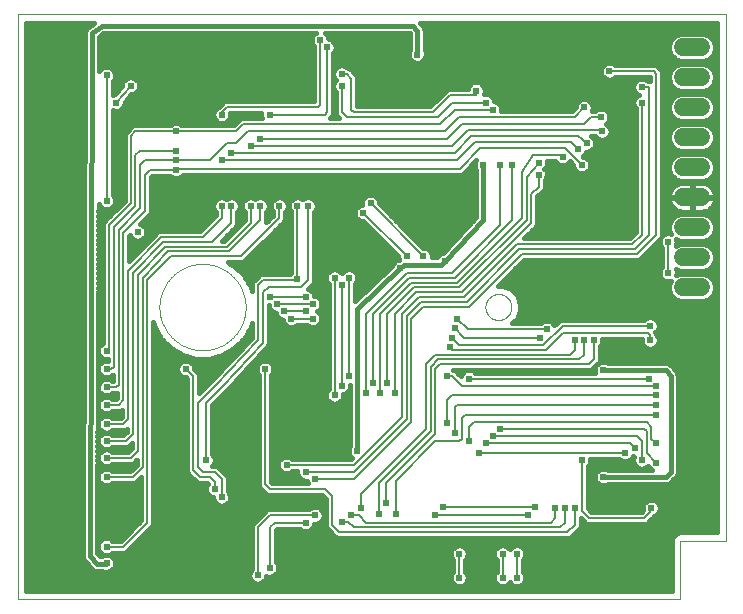
<source format=gbl>
G75*
%MOIN*%
%OFA0B0*%
%FSLAX25Y25*%
%IPPOS*%
%LPD*%
%AMOC8*
5,1,8,0,0,1.08239X$1,22.5*
%
%ADD10C,0.00000*%
%ADD11C,0.06000*%
%ADD12C,0.02400*%
%ADD13C,0.01600*%
%ADD14C,0.00800*%
D10*
X0001000Y0001000D02*
X0001000Y0196000D01*
X0237000Y0196000D01*
X0237000Y0020500D01*
X0221900Y0020500D01*
X0221900Y0001000D01*
X0001000Y0001000D01*
X0048244Y0098441D02*
X0048248Y0098794D01*
X0048261Y0099146D01*
X0048283Y0099498D01*
X0048313Y0099850D01*
X0048352Y0100200D01*
X0048400Y0100550D01*
X0048456Y0100898D01*
X0048520Y0101244D01*
X0048593Y0101589D01*
X0048675Y0101933D01*
X0048765Y0102274D01*
X0048863Y0102612D01*
X0048969Y0102949D01*
X0049084Y0103282D01*
X0049207Y0103613D01*
X0049338Y0103940D01*
X0049477Y0104264D01*
X0049624Y0104585D01*
X0049778Y0104902D01*
X0049941Y0105215D01*
X0050111Y0105524D01*
X0050288Y0105829D01*
X0050473Y0106129D01*
X0050666Y0106425D01*
X0050865Y0106715D01*
X0051072Y0107001D01*
X0051285Y0107282D01*
X0051506Y0107557D01*
X0051733Y0107827D01*
X0051967Y0108091D01*
X0052207Y0108350D01*
X0052453Y0108602D01*
X0052705Y0108848D01*
X0052964Y0109088D01*
X0053228Y0109322D01*
X0053498Y0109549D01*
X0053773Y0109770D01*
X0054054Y0109983D01*
X0054340Y0110190D01*
X0054630Y0110389D01*
X0054926Y0110582D01*
X0055226Y0110767D01*
X0055531Y0110944D01*
X0055840Y0111114D01*
X0056153Y0111277D01*
X0056470Y0111431D01*
X0056791Y0111578D01*
X0057115Y0111717D01*
X0057442Y0111848D01*
X0057773Y0111971D01*
X0058106Y0112086D01*
X0058443Y0112192D01*
X0058781Y0112290D01*
X0059122Y0112380D01*
X0059466Y0112462D01*
X0059811Y0112535D01*
X0060157Y0112599D01*
X0060505Y0112655D01*
X0060855Y0112703D01*
X0061205Y0112742D01*
X0061557Y0112772D01*
X0061909Y0112794D01*
X0062261Y0112807D01*
X0062614Y0112811D01*
X0062967Y0112807D01*
X0063319Y0112794D01*
X0063671Y0112772D01*
X0064023Y0112742D01*
X0064373Y0112703D01*
X0064723Y0112655D01*
X0065071Y0112599D01*
X0065417Y0112535D01*
X0065762Y0112462D01*
X0066106Y0112380D01*
X0066447Y0112290D01*
X0066785Y0112192D01*
X0067122Y0112086D01*
X0067455Y0111971D01*
X0067786Y0111848D01*
X0068113Y0111717D01*
X0068437Y0111578D01*
X0068758Y0111431D01*
X0069075Y0111277D01*
X0069388Y0111114D01*
X0069697Y0110944D01*
X0070002Y0110767D01*
X0070302Y0110582D01*
X0070598Y0110389D01*
X0070888Y0110190D01*
X0071174Y0109983D01*
X0071455Y0109770D01*
X0071730Y0109549D01*
X0072000Y0109322D01*
X0072264Y0109088D01*
X0072523Y0108848D01*
X0072775Y0108602D01*
X0073021Y0108350D01*
X0073261Y0108091D01*
X0073495Y0107827D01*
X0073722Y0107557D01*
X0073943Y0107282D01*
X0074156Y0107001D01*
X0074363Y0106715D01*
X0074562Y0106425D01*
X0074755Y0106129D01*
X0074940Y0105829D01*
X0075117Y0105524D01*
X0075287Y0105215D01*
X0075450Y0104902D01*
X0075604Y0104585D01*
X0075751Y0104264D01*
X0075890Y0103940D01*
X0076021Y0103613D01*
X0076144Y0103282D01*
X0076259Y0102949D01*
X0076365Y0102612D01*
X0076463Y0102274D01*
X0076553Y0101933D01*
X0076635Y0101589D01*
X0076708Y0101244D01*
X0076772Y0100898D01*
X0076828Y0100550D01*
X0076876Y0100200D01*
X0076915Y0099850D01*
X0076945Y0099498D01*
X0076967Y0099146D01*
X0076980Y0098794D01*
X0076984Y0098441D01*
X0076980Y0098088D01*
X0076967Y0097736D01*
X0076945Y0097384D01*
X0076915Y0097032D01*
X0076876Y0096682D01*
X0076828Y0096332D01*
X0076772Y0095984D01*
X0076708Y0095638D01*
X0076635Y0095293D01*
X0076553Y0094949D01*
X0076463Y0094608D01*
X0076365Y0094270D01*
X0076259Y0093933D01*
X0076144Y0093600D01*
X0076021Y0093269D01*
X0075890Y0092942D01*
X0075751Y0092618D01*
X0075604Y0092297D01*
X0075450Y0091980D01*
X0075287Y0091667D01*
X0075117Y0091358D01*
X0074940Y0091053D01*
X0074755Y0090753D01*
X0074562Y0090457D01*
X0074363Y0090167D01*
X0074156Y0089881D01*
X0073943Y0089600D01*
X0073722Y0089325D01*
X0073495Y0089055D01*
X0073261Y0088791D01*
X0073021Y0088532D01*
X0072775Y0088280D01*
X0072523Y0088034D01*
X0072264Y0087794D01*
X0072000Y0087560D01*
X0071730Y0087333D01*
X0071455Y0087112D01*
X0071174Y0086899D01*
X0070888Y0086692D01*
X0070598Y0086493D01*
X0070302Y0086300D01*
X0070002Y0086115D01*
X0069697Y0085938D01*
X0069388Y0085768D01*
X0069075Y0085605D01*
X0068758Y0085451D01*
X0068437Y0085304D01*
X0068113Y0085165D01*
X0067786Y0085034D01*
X0067455Y0084911D01*
X0067122Y0084796D01*
X0066785Y0084690D01*
X0066447Y0084592D01*
X0066106Y0084502D01*
X0065762Y0084420D01*
X0065417Y0084347D01*
X0065071Y0084283D01*
X0064723Y0084227D01*
X0064373Y0084179D01*
X0064023Y0084140D01*
X0063671Y0084110D01*
X0063319Y0084088D01*
X0062967Y0084075D01*
X0062614Y0084071D01*
X0062261Y0084075D01*
X0061909Y0084088D01*
X0061557Y0084110D01*
X0061205Y0084140D01*
X0060855Y0084179D01*
X0060505Y0084227D01*
X0060157Y0084283D01*
X0059811Y0084347D01*
X0059466Y0084420D01*
X0059122Y0084502D01*
X0058781Y0084592D01*
X0058443Y0084690D01*
X0058106Y0084796D01*
X0057773Y0084911D01*
X0057442Y0085034D01*
X0057115Y0085165D01*
X0056791Y0085304D01*
X0056470Y0085451D01*
X0056153Y0085605D01*
X0055840Y0085768D01*
X0055531Y0085938D01*
X0055226Y0086115D01*
X0054926Y0086300D01*
X0054630Y0086493D01*
X0054340Y0086692D01*
X0054054Y0086899D01*
X0053773Y0087112D01*
X0053498Y0087333D01*
X0053228Y0087560D01*
X0052964Y0087794D01*
X0052705Y0088034D01*
X0052453Y0088280D01*
X0052207Y0088532D01*
X0051967Y0088791D01*
X0051733Y0089055D01*
X0051506Y0089325D01*
X0051285Y0089600D01*
X0051072Y0089881D01*
X0050865Y0090167D01*
X0050666Y0090457D01*
X0050473Y0090753D01*
X0050288Y0091053D01*
X0050111Y0091358D01*
X0049941Y0091667D01*
X0049778Y0091980D01*
X0049624Y0092297D01*
X0049477Y0092618D01*
X0049338Y0092942D01*
X0049207Y0093269D01*
X0049084Y0093600D01*
X0048969Y0093933D01*
X0048863Y0094270D01*
X0048765Y0094608D01*
X0048675Y0094949D01*
X0048593Y0095293D01*
X0048520Y0095638D01*
X0048456Y0095984D01*
X0048400Y0096332D01*
X0048352Y0096682D01*
X0048313Y0097032D01*
X0048283Y0097384D01*
X0048261Y0097736D01*
X0048248Y0098088D01*
X0048244Y0098441D01*
X0156905Y0098441D02*
X0156907Y0098572D01*
X0156913Y0098704D01*
X0156923Y0098835D01*
X0156937Y0098966D01*
X0156955Y0099096D01*
X0156977Y0099225D01*
X0157002Y0099354D01*
X0157032Y0099482D01*
X0157066Y0099609D01*
X0157103Y0099736D01*
X0157144Y0099860D01*
X0157189Y0099984D01*
X0157238Y0100106D01*
X0157290Y0100227D01*
X0157346Y0100345D01*
X0157406Y0100463D01*
X0157469Y0100578D01*
X0157536Y0100691D01*
X0157606Y0100803D01*
X0157679Y0100912D01*
X0157755Y0101018D01*
X0157835Y0101123D01*
X0157918Y0101225D01*
X0158004Y0101324D01*
X0158093Y0101421D01*
X0158185Y0101515D01*
X0158280Y0101606D01*
X0158377Y0101695D01*
X0158477Y0101780D01*
X0158580Y0101862D01*
X0158685Y0101941D01*
X0158792Y0102017D01*
X0158902Y0102089D01*
X0159014Y0102158D01*
X0159128Y0102224D01*
X0159243Y0102286D01*
X0159361Y0102345D01*
X0159480Y0102400D01*
X0159601Y0102452D01*
X0159724Y0102499D01*
X0159848Y0102543D01*
X0159973Y0102584D01*
X0160099Y0102620D01*
X0160227Y0102653D01*
X0160355Y0102681D01*
X0160484Y0102706D01*
X0160614Y0102727D01*
X0160744Y0102744D01*
X0160875Y0102757D01*
X0161006Y0102766D01*
X0161137Y0102771D01*
X0161269Y0102772D01*
X0161400Y0102769D01*
X0161532Y0102762D01*
X0161663Y0102751D01*
X0161793Y0102736D01*
X0161923Y0102717D01*
X0162053Y0102694D01*
X0162181Y0102668D01*
X0162309Y0102637D01*
X0162436Y0102602D01*
X0162562Y0102564D01*
X0162686Y0102522D01*
X0162810Y0102476D01*
X0162931Y0102426D01*
X0163051Y0102373D01*
X0163170Y0102316D01*
X0163287Y0102256D01*
X0163401Y0102192D01*
X0163514Y0102124D01*
X0163625Y0102053D01*
X0163734Y0101979D01*
X0163840Y0101902D01*
X0163944Y0101821D01*
X0164045Y0101738D01*
X0164144Y0101651D01*
X0164240Y0101561D01*
X0164333Y0101468D01*
X0164424Y0101373D01*
X0164511Y0101275D01*
X0164596Y0101174D01*
X0164677Y0101071D01*
X0164755Y0100965D01*
X0164830Y0100857D01*
X0164902Y0100747D01*
X0164970Y0100635D01*
X0165035Y0100521D01*
X0165096Y0100404D01*
X0165154Y0100286D01*
X0165208Y0100166D01*
X0165259Y0100045D01*
X0165306Y0099922D01*
X0165349Y0099798D01*
X0165388Y0099673D01*
X0165424Y0099546D01*
X0165455Y0099418D01*
X0165483Y0099290D01*
X0165507Y0099161D01*
X0165527Y0099031D01*
X0165543Y0098900D01*
X0165555Y0098769D01*
X0165563Y0098638D01*
X0165567Y0098507D01*
X0165567Y0098375D01*
X0165563Y0098244D01*
X0165555Y0098113D01*
X0165543Y0097982D01*
X0165527Y0097851D01*
X0165507Y0097721D01*
X0165483Y0097592D01*
X0165455Y0097464D01*
X0165424Y0097336D01*
X0165388Y0097209D01*
X0165349Y0097084D01*
X0165306Y0096960D01*
X0165259Y0096837D01*
X0165208Y0096716D01*
X0165154Y0096596D01*
X0165096Y0096478D01*
X0165035Y0096361D01*
X0164970Y0096247D01*
X0164902Y0096135D01*
X0164830Y0096025D01*
X0164755Y0095917D01*
X0164677Y0095811D01*
X0164596Y0095708D01*
X0164511Y0095607D01*
X0164424Y0095509D01*
X0164333Y0095414D01*
X0164240Y0095321D01*
X0164144Y0095231D01*
X0164045Y0095144D01*
X0163944Y0095061D01*
X0163840Y0094980D01*
X0163734Y0094903D01*
X0163625Y0094829D01*
X0163514Y0094758D01*
X0163402Y0094690D01*
X0163287Y0094626D01*
X0163170Y0094566D01*
X0163051Y0094509D01*
X0162931Y0094456D01*
X0162810Y0094406D01*
X0162686Y0094360D01*
X0162562Y0094318D01*
X0162436Y0094280D01*
X0162309Y0094245D01*
X0162181Y0094214D01*
X0162053Y0094188D01*
X0161923Y0094165D01*
X0161793Y0094146D01*
X0161663Y0094131D01*
X0161532Y0094120D01*
X0161400Y0094113D01*
X0161269Y0094110D01*
X0161137Y0094111D01*
X0161006Y0094116D01*
X0160875Y0094125D01*
X0160744Y0094138D01*
X0160614Y0094155D01*
X0160484Y0094176D01*
X0160355Y0094201D01*
X0160227Y0094229D01*
X0160099Y0094262D01*
X0159973Y0094298D01*
X0159848Y0094339D01*
X0159724Y0094383D01*
X0159601Y0094430D01*
X0159480Y0094482D01*
X0159361Y0094537D01*
X0159243Y0094596D01*
X0159128Y0094658D01*
X0159014Y0094724D01*
X0158902Y0094793D01*
X0158792Y0094865D01*
X0158685Y0094941D01*
X0158580Y0095020D01*
X0158477Y0095102D01*
X0158377Y0095187D01*
X0158280Y0095276D01*
X0158185Y0095367D01*
X0158093Y0095461D01*
X0158004Y0095558D01*
X0157918Y0095657D01*
X0157835Y0095759D01*
X0157755Y0095864D01*
X0157679Y0095970D01*
X0157606Y0096079D01*
X0157536Y0096191D01*
X0157469Y0096304D01*
X0157406Y0096419D01*
X0157346Y0096537D01*
X0157290Y0096655D01*
X0157238Y0096776D01*
X0157189Y0096898D01*
X0157144Y0097022D01*
X0157103Y0097146D01*
X0157066Y0097273D01*
X0157032Y0097400D01*
X0157002Y0097528D01*
X0156977Y0097657D01*
X0156955Y0097786D01*
X0156937Y0097916D01*
X0156923Y0098047D01*
X0156913Y0098178D01*
X0156907Y0098310D01*
X0156905Y0098441D01*
D11*
X0222800Y0105000D02*
X0228800Y0105000D01*
X0228800Y0115000D02*
X0222800Y0115000D01*
X0222800Y0125000D02*
X0228800Y0125000D01*
X0228800Y0135000D02*
X0222800Y0135000D01*
X0222800Y0145000D02*
X0228800Y0145000D01*
X0228800Y0155000D02*
X0222800Y0155000D01*
X0222800Y0165000D02*
X0228800Y0165000D01*
X0228800Y0175000D02*
X0222800Y0175000D01*
X0222800Y0185000D02*
X0228800Y0185000D01*
D12*
X0209000Y0171800D03*
X0209000Y0166600D03*
X0195400Y0161800D03*
X0195800Y0157000D03*
X0195000Y0153800D03*
X0190600Y0153000D03*
X0187800Y0151000D03*
X0182600Y0148600D03*
X0189000Y0145800D03*
X0174600Y0146600D03*
X0174600Y0142600D03*
X0165800Y0145800D03*
X0161800Y0145800D03*
X0156200Y0145800D03*
X0159400Y0164200D03*
X0157000Y0166600D03*
X0153800Y0170600D03*
X0134200Y0182600D03*
X0129000Y0168200D03*
X0109000Y0172200D03*
X0109000Y0176200D03*
X0104200Y0185000D03*
X0101800Y0187400D03*
X0094200Y0188200D03*
X0095400Y0169000D03*
X0084950Y0162550D03*
X0081800Y0154600D03*
X0078600Y0152200D03*
X0072200Y0149800D03*
X0069000Y0147400D03*
X0073000Y0160200D03*
X0069000Y0162600D03*
X0053800Y0157000D03*
X0053800Y0150600D03*
X0053800Y0147400D03*
X0053800Y0144200D03*
X0069000Y0132200D03*
X0072200Y0132200D03*
X0075400Y0132200D03*
X0078600Y0132200D03*
X0081800Y0132200D03*
X0088200Y0132200D03*
X0094200Y0132200D03*
X0097800Y0132200D03*
X0104200Y0124200D03*
X0116200Y0129800D03*
X0118600Y0133000D03*
X0115400Y0141000D03*
X0130600Y0115400D03*
X0128435Y0111305D03*
X0136200Y0115400D03*
X0143400Y0113800D03*
X0147400Y0094600D03*
X0146600Y0091400D03*
X0145800Y0088200D03*
X0145000Y0085000D03*
X0144200Y0075400D03*
X0151400Y0074600D03*
X0144200Y0059800D03*
X0146600Y0056600D03*
X0151400Y0053800D03*
X0154600Y0049800D03*
X0157000Y0053000D03*
X0159400Y0055400D03*
X0161800Y0057800D03*
X0189000Y0047400D03*
X0196200Y0041800D03*
X0203400Y0049800D03*
X0206600Y0051400D03*
X0209000Y0047400D03*
X0213800Y0046600D03*
X0213800Y0053000D03*
X0213800Y0062600D03*
X0213800Y0065800D03*
X0213800Y0069000D03*
X0213800Y0072200D03*
X0211400Y0074600D03*
X0196200Y0077400D03*
X0193000Y0087400D03*
X0189800Y0087400D03*
X0186600Y0087400D03*
X0177400Y0091000D03*
X0175000Y0088200D03*
X0209000Y0102600D03*
X0217800Y0109800D03*
X0217800Y0120200D03*
X0196600Y0122600D03*
X0211800Y0092200D03*
X0211800Y0087400D03*
X0173400Y0031800D03*
X0171000Y0029000D03*
X0180200Y0031400D03*
X0183400Y0031400D03*
X0186600Y0031400D03*
X0167400Y0016200D03*
X0162600Y0016200D03*
X0162600Y0008200D03*
X0167400Y0008200D03*
X0148200Y0008200D03*
X0148200Y0016200D03*
X0140200Y0029000D03*
X0142600Y0031800D03*
X0127000Y0029400D03*
X0123800Y0033000D03*
X0121400Y0029400D03*
X0115400Y0031400D03*
X0112200Y0029000D03*
X0109150Y0026750D03*
X0100200Y0029000D03*
X0097000Y0026600D03*
X0100200Y0041000D03*
X0097000Y0043400D03*
X0090600Y0045800D03*
X0109400Y0055400D03*
X0114200Y0050450D03*
X0106600Y0069000D03*
X0109000Y0072200D03*
X0111400Y0075400D03*
X0117000Y0069800D03*
X0119400Y0073000D03*
X0121800Y0069800D03*
X0124200Y0073000D03*
X0126600Y0069800D03*
X0103000Y0087400D03*
X0099400Y0094600D03*
X0097000Y0097000D03*
X0099400Y0099400D03*
X0097000Y0101800D03*
X0094200Y0107800D03*
X0087400Y0099400D03*
X0085000Y0101800D03*
X0089800Y0097000D03*
X0092200Y0094600D03*
X0106600Y0108200D03*
X0109000Y0105800D03*
X0111400Y0108200D03*
X0083400Y0077800D03*
X0057000Y0077800D03*
X0030600Y0077800D03*
X0030600Y0071800D03*
X0030600Y0065800D03*
X0030600Y0059400D03*
X0030600Y0053800D03*
X0030600Y0048200D03*
X0030600Y0041800D03*
X0047000Y0044600D03*
X0063800Y0047400D03*
X0066600Y0037800D03*
X0069000Y0035000D03*
X0085000Y0011400D03*
X0081000Y0009000D03*
X0091800Y0006600D03*
X0108600Y0006600D03*
X0030600Y0006200D03*
X0030600Y0013000D03*
X0030600Y0018600D03*
X0030600Y0083800D03*
X0041000Y0123400D03*
X0030600Y0133800D03*
X0033800Y0166600D03*
X0038600Y0172200D03*
X0046600Y0167000D03*
X0053800Y0169800D03*
X0044200Y0185000D03*
X0030635Y0175765D03*
X0189800Y0165000D03*
X0198200Y0177000D03*
X0212200Y0031400D03*
X0201800Y0012200D03*
D13*
X0188600Y0024972D02*
X0188600Y0028172D01*
X0189400Y0027372D01*
X0190572Y0026200D01*
X0210628Y0026200D01*
X0211800Y0027372D01*
X0212628Y0028200D01*
X0212628Y0028200D01*
X0213220Y0028792D01*
X0213786Y0029026D01*
X0214574Y0029814D01*
X0215000Y0030843D01*
X0215000Y0031957D01*
X0214574Y0032986D01*
X0213786Y0033774D01*
X0212757Y0034200D01*
X0211643Y0034200D01*
X0210614Y0033774D01*
X0209826Y0032986D01*
X0209400Y0031957D01*
X0209400Y0030843D01*
X0209463Y0030691D01*
X0208972Y0030200D01*
X0192228Y0030200D01*
X0191000Y0031428D01*
X0191000Y0045440D01*
X0191374Y0045814D01*
X0191800Y0046843D01*
X0191800Y0047800D01*
X0201440Y0047800D01*
X0201814Y0047426D01*
X0202843Y0047000D01*
X0203957Y0047000D01*
X0204986Y0047426D01*
X0205774Y0048214D01*
X0205950Y0048639D01*
X0206043Y0048600D01*
X0206466Y0048600D01*
X0206200Y0047957D01*
X0206200Y0046843D01*
X0206626Y0045814D01*
X0207414Y0045026D01*
X0208443Y0044600D01*
X0209557Y0044600D01*
X0210586Y0045026D01*
X0211177Y0045617D01*
X0211426Y0045014D01*
X0212214Y0044226D01*
X0212277Y0044200D01*
X0197723Y0044200D01*
X0196757Y0044600D01*
X0195643Y0044600D01*
X0194614Y0044174D01*
X0193826Y0043386D01*
X0193400Y0042357D01*
X0193400Y0041243D01*
X0193826Y0040214D01*
X0194614Y0039426D01*
X0195643Y0039000D01*
X0196757Y0039000D01*
X0197723Y0039400D01*
X0217477Y0039400D01*
X0218359Y0039765D01*
X0219035Y0040441D01*
X0220635Y0042041D01*
X0221000Y0042923D01*
X0221000Y0075267D01*
X0221038Y0075609D01*
X0221000Y0075741D01*
X0221000Y0075877D01*
X0220868Y0076196D01*
X0220772Y0076526D01*
X0220687Y0076633D01*
X0220635Y0076759D01*
X0220391Y0077003D01*
X0219087Y0078633D01*
X0219035Y0078759D01*
X0218791Y0079003D01*
X0218576Y0079272D01*
X0218456Y0079338D01*
X0218359Y0079435D01*
X0218041Y0079566D01*
X0217740Y0079733D01*
X0217604Y0079748D01*
X0217477Y0079800D01*
X0217133Y0079800D01*
X0216791Y0079838D01*
X0216659Y0079800D01*
X0197723Y0079800D01*
X0196757Y0080200D01*
X0195643Y0080200D01*
X0194614Y0079774D01*
X0193826Y0078986D01*
X0193400Y0077957D01*
X0193400Y0076843D01*
X0193501Y0076600D01*
X0153360Y0076600D01*
X0152986Y0076974D01*
X0151957Y0077400D01*
X0150843Y0077400D01*
X0149814Y0076974D01*
X0149026Y0076186D01*
X0148680Y0075349D01*
X0146628Y0077400D01*
X0146160Y0077400D01*
X0146160Y0077400D01*
X0192228Y0077400D01*
X0193828Y0079000D01*
X0195000Y0080172D01*
X0195000Y0085440D01*
X0195374Y0085814D01*
X0195800Y0086843D01*
X0195800Y0087800D01*
X0209000Y0087800D01*
X0209000Y0086843D01*
X0209426Y0085814D01*
X0210214Y0085026D01*
X0211243Y0084600D01*
X0212357Y0084600D01*
X0213386Y0085026D01*
X0214174Y0085814D01*
X0214600Y0086843D01*
X0214600Y0087957D01*
X0214174Y0088986D01*
X0213800Y0089360D01*
X0213800Y0089828D01*
X0213594Y0090034D01*
X0214174Y0090614D01*
X0214600Y0091643D01*
X0214600Y0092757D01*
X0214174Y0093786D01*
X0213386Y0094574D01*
X0212357Y0095000D01*
X0211243Y0095000D01*
X0210214Y0094574D01*
X0209840Y0094200D01*
X0181772Y0094200D01*
X0180600Y0093028D01*
X0179886Y0092315D01*
X0179774Y0092586D01*
X0178986Y0093374D01*
X0177957Y0093800D01*
X0176843Y0093800D01*
X0175814Y0093374D01*
X0175440Y0093000D01*
X0165880Y0093000D01*
X0167281Y0094402D01*
X0168367Y0097023D01*
X0168367Y0099859D01*
X0167281Y0102480D01*
X0165275Y0104486D01*
X0162655Y0105572D01*
X0161200Y0105572D01*
X0169828Y0114200D01*
X0208228Y0114200D01*
X0209400Y0115372D01*
X0215152Y0121123D01*
X0215000Y0120757D01*
X0215000Y0119643D01*
X0215426Y0118614D01*
X0215800Y0118240D01*
X0215800Y0111760D01*
X0215426Y0111386D01*
X0215000Y0110357D01*
X0215000Y0109243D01*
X0215426Y0108214D01*
X0216214Y0107426D01*
X0217243Y0107000D01*
X0218357Y0107000D01*
X0218710Y0107146D01*
X0218200Y0105915D01*
X0218200Y0104085D01*
X0218900Y0102394D01*
X0220194Y0101100D01*
X0221885Y0100400D01*
X0229715Y0100400D01*
X0231406Y0101100D01*
X0232700Y0102394D01*
X0233400Y0104085D01*
X0233400Y0105915D01*
X0232700Y0107606D01*
X0231406Y0108900D01*
X0229715Y0109600D01*
X0221885Y0109600D01*
X0220512Y0109031D01*
X0220600Y0109243D01*
X0220600Y0110357D01*
X0220312Y0111051D01*
X0221885Y0110400D01*
X0229715Y0110400D01*
X0231406Y0111100D01*
X0232700Y0112394D01*
X0233400Y0114085D01*
X0233400Y0115915D01*
X0232700Y0117606D01*
X0231406Y0118900D01*
X0229715Y0119600D01*
X0221885Y0119600D01*
X0220312Y0118949D01*
X0220600Y0119643D01*
X0220600Y0120757D01*
X0220512Y0120969D01*
X0221885Y0120400D01*
X0229715Y0120400D01*
X0231406Y0121100D01*
X0232700Y0122394D01*
X0233400Y0124085D01*
X0233400Y0125915D01*
X0232700Y0127606D01*
X0231406Y0128900D01*
X0229715Y0129600D01*
X0221885Y0129600D01*
X0220194Y0128900D01*
X0218900Y0127606D01*
X0218200Y0125915D01*
X0218200Y0124085D01*
X0218710Y0122854D01*
X0218357Y0123000D01*
X0217243Y0123000D01*
X0216214Y0122574D01*
X0215800Y0122160D01*
X0215800Y0177028D01*
X0214628Y0178200D01*
X0213828Y0179000D01*
X0200160Y0179000D01*
X0199786Y0179374D01*
X0198757Y0179800D01*
X0197643Y0179800D01*
X0196614Y0179374D01*
X0195826Y0178586D01*
X0195400Y0177557D01*
X0195400Y0176443D01*
X0195826Y0175414D01*
X0196614Y0174626D01*
X0197643Y0174200D01*
X0198757Y0174200D01*
X0199786Y0174626D01*
X0200160Y0175000D01*
X0211800Y0175000D01*
X0211800Y0173800D01*
X0210960Y0173800D01*
X0210586Y0174174D01*
X0209557Y0174600D01*
X0208443Y0174600D01*
X0207414Y0174174D01*
X0206626Y0173386D01*
X0206200Y0172357D01*
X0206200Y0171243D01*
X0206626Y0170214D01*
X0207414Y0169426D01*
X0207960Y0169200D01*
X0207414Y0168974D01*
X0206626Y0168186D01*
X0206200Y0167157D01*
X0206200Y0166043D01*
X0206626Y0165014D01*
X0207000Y0164640D01*
X0207000Y0123428D01*
X0204972Y0121400D01*
X0169828Y0121400D01*
X0173028Y0124600D01*
X0174200Y0125772D01*
X0174200Y0135372D01*
X0175428Y0136600D01*
X0176600Y0137772D01*
X0176600Y0140640D01*
X0176974Y0141014D01*
X0177400Y0142043D01*
X0177400Y0143157D01*
X0176974Y0144186D01*
X0176560Y0144600D01*
X0176974Y0145014D01*
X0177400Y0146043D01*
X0177400Y0147000D01*
X0180240Y0147000D01*
X0181014Y0146226D01*
X0182043Y0145800D01*
X0183157Y0145800D01*
X0184186Y0146226D01*
X0184966Y0147006D01*
X0186200Y0145772D01*
X0186200Y0145243D01*
X0186626Y0144214D01*
X0187414Y0143426D01*
X0188443Y0143000D01*
X0189557Y0143000D01*
X0190586Y0143426D01*
X0191374Y0144214D01*
X0191800Y0145243D01*
X0191800Y0146357D01*
X0191374Y0147386D01*
X0190586Y0148174D01*
X0189557Y0148600D01*
X0189323Y0148600D01*
X0189386Y0148626D01*
X0190174Y0149414D01*
X0190499Y0150200D01*
X0191157Y0150200D01*
X0192186Y0150626D01*
X0192974Y0151414D01*
X0193400Y0152443D01*
X0193400Y0153557D01*
X0192974Y0154586D01*
X0192186Y0155374D01*
X0192123Y0155400D01*
X0193440Y0155400D01*
X0194214Y0154626D01*
X0195243Y0154200D01*
X0196357Y0154200D01*
X0197386Y0154626D01*
X0198174Y0155414D01*
X0198600Y0156443D01*
X0198600Y0157557D01*
X0198174Y0158586D01*
X0197386Y0159374D01*
X0197066Y0159506D01*
X0197774Y0160214D01*
X0198200Y0161243D01*
X0198200Y0162357D01*
X0197774Y0163386D01*
X0196986Y0164174D01*
X0195957Y0164600D01*
X0194843Y0164600D01*
X0193814Y0164174D01*
X0193440Y0163800D01*
X0192334Y0163800D01*
X0192600Y0164443D01*
X0192600Y0165557D01*
X0192174Y0166586D01*
X0191386Y0167374D01*
X0190357Y0167800D01*
X0189243Y0167800D01*
X0188214Y0167374D01*
X0187426Y0166586D01*
X0187000Y0165557D01*
X0187000Y0165028D01*
X0185772Y0163800D01*
X0162200Y0163800D01*
X0162200Y0164757D01*
X0161774Y0165786D01*
X0160986Y0166574D01*
X0159957Y0167000D01*
X0159800Y0167000D01*
X0159800Y0167157D01*
X0159374Y0168186D01*
X0158586Y0168974D01*
X0157557Y0169400D01*
X0156443Y0169400D01*
X0156311Y0169345D01*
X0156600Y0170043D01*
X0156600Y0171157D01*
X0156174Y0172186D01*
X0155386Y0172974D01*
X0154357Y0173400D01*
X0153243Y0173400D01*
X0152214Y0172974D01*
X0151426Y0172186D01*
X0151000Y0171157D01*
X0151000Y0171000D01*
X0144172Y0171000D01*
X0143000Y0169828D01*
X0138572Y0165400D01*
X0114200Y0165400D01*
X0114200Y0175428D01*
X0112600Y0177028D01*
X0111428Y0178200D01*
X0110960Y0178200D01*
X0110586Y0178574D01*
X0109557Y0179000D01*
X0108443Y0179000D01*
X0107414Y0178574D01*
X0106626Y0177786D01*
X0106200Y0176757D01*
X0106200Y0175643D01*
X0106626Y0174614D01*
X0107040Y0174200D01*
X0106626Y0173786D01*
X0106200Y0172757D01*
X0106200Y0171643D01*
X0106626Y0170614D01*
X0107000Y0170240D01*
X0107000Y0162572D01*
X0108172Y0161400D01*
X0105028Y0161400D01*
X0105028Y0161400D01*
X0106200Y0162572D01*
X0106200Y0183040D01*
X0106574Y0183414D01*
X0107000Y0184443D01*
X0107000Y0185557D01*
X0106574Y0186586D01*
X0105786Y0187374D01*
X0104757Y0187800D01*
X0104600Y0187800D01*
X0104600Y0187957D01*
X0104174Y0188986D01*
X0103386Y0189774D01*
X0103323Y0189800D01*
X0131606Y0189800D01*
X0131800Y0189606D01*
X0131800Y0184123D01*
X0131400Y0183157D01*
X0131400Y0182043D01*
X0131826Y0181014D01*
X0132614Y0180226D01*
X0133643Y0179800D01*
X0134757Y0179800D01*
X0135786Y0180226D01*
X0136574Y0181014D01*
X0137000Y0182043D01*
X0137000Y0183157D01*
X0136600Y0184123D01*
X0136600Y0191077D01*
X0136235Y0191959D01*
X0135559Y0192635D01*
X0134994Y0193200D01*
X0234200Y0193200D01*
X0234200Y0023300D01*
X0221343Y0023300D01*
X0220314Y0022874D01*
X0219526Y0022086D01*
X0219100Y0021057D01*
X0219100Y0003800D01*
X0003800Y0003800D01*
X0003800Y0193200D01*
X0026333Y0193200D01*
X0024606Y0191905D01*
X0024450Y0191841D01*
X0024228Y0191621D01*
X0023978Y0191434D01*
X0023892Y0191288D01*
X0023772Y0191169D01*
X0023651Y0190881D01*
X0023492Y0190612D01*
X0023468Y0190444D01*
X0023402Y0190288D01*
X0023401Y0189976D01*
X0023357Y0189667D01*
X0023399Y0189503D01*
X0022602Y0015841D01*
X0022600Y0015835D01*
X0022600Y0015364D01*
X0022598Y0014892D01*
X0022600Y0014886D01*
X0022600Y0014880D01*
X0022781Y0014444D01*
X0022959Y0014008D01*
X0022963Y0014004D01*
X0022965Y0013998D01*
X0023299Y0013665D01*
X0023631Y0013330D01*
X0023636Y0013327D01*
X0025377Y0011587D01*
X0026052Y0010912D01*
X0026934Y0010546D01*
X0029207Y0010546D01*
X0030043Y0010200D01*
X0031157Y0010200D01*
X0032186Y0010626D01*
X0032974Y0011414D01*
X0033400Y0012443D01*
X0033400Y0013557D01*
X0032974Y0014586D01*
X0032186Y0015374D01*
X0031157Y0015800D01*
X0032186Y0016226D01*
X0032560Y0016600D01*
X0037028Y0016600D01*
X0038200Y0017772D01*
X0046200Y0025772D01*
X0046200Y0093359D01*
X0046614Y0091814D01*
X0048875Y0087898D01*
X0052071Y0084701D01*
X0055987Y0082441D01*
X0060354Y0081271D01*
X0064875Y0081271D01*
X0069242Y0082441D01*
X0073157Y0084701D01*
X0076354Y0087898D01*
X0078614Y0091814D01*
X0079000Y0093254D01*
X0079000Y0088197D01*
X0065167Y0073595D01*
X0061400Y0069828D01*
X0061400Y0076228D01*
X0060228Y0077400D01*
X0059800Y0077828D01*
X0059800Y0078357D01*
X0059374Y0079386D01*
X0058586Y0080174D01*
X0057557Y0080600D01*
X0056443Y0080600D01*
X0055414Y0080174D01*
X0054626Y0079386D01*
X0054200Y0078357D01*
X0054200Y0077243D01*
X0054626Y0076214D01*
X0055414Y0075426D01*
X0056443Y0075000D01*
X0056972Y0075000D01*
X0057400Y0074572D01*
X0057400Y0043372D01*
X0058572Y0042200D01*
X0060972Y0039800D01*
X0064172Y0039800D01*
X0064406Y0039566D01*
X0064226Y0039386D01*
X0063800Y0038357D01*
X0063800Y0037243D01*
X0064226Y0036214D01*
X0065014Y0035426D01*
X0066043Y0035000D01*
X0066200Y0035000D01*
X0066200Y0034443D01*
X0066626Y0033414D01*
X0067414Y0032626D01*
X0068443Y0032200D01*
X0069557Y0032200D01*
X0070586Y0032626D01*
X0071374Y0033414D01*
X0071800Y0034443D01*
X0071800Y0035557D01*
X0071374Y0036586D01*
X0071000Y0036960D01*
X0071000Y0041828D01*
X0068600Y0044228D01*
X0067428Y0045400D01*
X0065760Y0045400D01*
X0066174Y0045814D01*
X0066600Y0046843D01*
X0066600Y0047957D01*
X0066174Y0048986D01*
X0065800Y0049360D01*
X0065800Y0065772D01*
X0070264Y0070236D01*
X0070315Y0070238D01*
X0070845Y0070817D01*
X0071400Y0071372D01*
X0071400Y0071422D01*
X0084045Y0085216D01*
X0084600Y0085772D01*
X0084600Y0085822D01*
X0084634Y0085859D01*
X0084600Y0086643D01*
X0084600Y0099000D01*
X0084600Y0098843D01*
X0085026Y0097814D01*
X0085814Y0097026D01*
X0086843Y0096600D01*
X0087000Y0096600D01*
X0087000Y0096443D01*
X0087426Y0095414D01*
X0088214Y0094626D01*
X0089243Y0094200D01*
X0089400Y0094200D01*
X0089400Y0094043D01*
X0089826Y0093014D01*
X0090614Y0092226D01*
X0091643Y0091800D01*
X0092757Y0091800D01*
X0093786Y0092226D01*
X0094160Y0092600D01*
X0097440Y0092600D01*
X0097814Y0092226D01*
X0098843Y0091800D01*
X0099957Y0091800D01*
X0100986Y0092226D01*
X0101774Y0093014D01*
X0102200Y0094043D01*
X0102200Y0095157D01*
X0101774Y0096186D01*
X0100986Y0096974D01*
X0100923Y0097000D01*
X0100986Y0097026D01*
X0101774Y0097814D01*
X0102200Y0098843D01*
X0102200Y0099957D01*
X0101774Y0100986D01*
X0100986Y0101774D01*
X0099957Y0102200D01*
X0099800Y0102200D01*
X0099800Y0102357D01*
X0099374Y0103386D01*
X0098586Y0104174D01*
X0097749Y0104520D01*
X0098628Y0105400D01*
X0099800Y0106572D01*
X0099800Y0130240D01*
X0100174Y0130614D01*
X0100600Y0131643D01*
X0100600Y0132757D01*
X0100174Y0133786D01*
X0099386Y0134574D01*
X0098357Y0135000D01*
X0097243Y0135000D01*
X0096214Y0134574D01*
X0096000Y0134360D01*
X0095786Y0134574D01*
X0094757Y0135000D01*
X0093643Y0135000D01*
X0092614Y0134574D01*
X0091826Y0133786D01*
X0091400Y0132757D01*
X0091400Y0131643D01*
X0091826Y0130614D01*
X0092200Y0130240D01*
X0092200Y0109760D01*
X0091840Y0109400D01*
X0081772Y0109400D01*
X0080600Y0108228D01*
X0079000Y0106628D01*
X0079000Y0103628D01*
X0078614Y0105068D01*
X0076354Y0108984D01*
X0073157Y0112180D01*
X0071044Y0113400D01*
X0076228Y0113400D01*
X0089028Y0126200D01*
X0090200Y0127372D01*
X0090200Y0130240D01*
X0090574Y0130614D01*
X0091000Y0131643D01*
X0091000Y0132757D01*
X0090574Y0133786D01*
X0089786Y0134574D01*
X0088757Y0135000D01*
X0087643Y0135000D01*
X0086614Y0134574D01*
X0085826Y0133786D01*
X0085400Y0132757D01*
X0085400Y0131643D01*
X0085826Y0130614D01*
X0086200Y0130240D01*
X0086200Y0129028D01*
X0083800Y0126628D01*
X0083800Y0130240D01*
X0084174Y0130614D01*
X0084600Y0131643D01*
X0084600Y0132757D01*
X0084174Y0133786D01*
X0083386Y0134574D01*
X0082357Y0135000D01*
X0081243Y0135000D01*
X0080214Y0134574D01*
X0080200Y0134560D01*
X0080186Y0134574D01*
X0079157Y0135000D01*
X0078043Y0135000D01*
X0077014Y0134574D01*
X0076226Y0133786D01*
X0075800Y0132757D01*
X0075800Y0131643D01*
X0076226Y0130614D01*
X0076600Y0130240D01*
X0076600Y0127428D01*
X0069772Y0120600D01*
X0069028Y0120600D01*
X0073028Y0124600D01*
X0074200Y0125772D01*
X0074200Y0130240D01*
X0074574Y0130614D01*
X0075000Y0131643D01*
X0075000Y0132757D01*
X0074574Y0133786D01*
X0073786Y0134574D01*
X0072757Y0135000D01*
X0071643Y0135000D01*
X0070614Y0134574D01*
X0070600Y0134560D01*
X0070586Y0134574D01*
X0069557Y0135000D01*
X0068443Y0135000D01*
X0067414Y0134574D01*
X0066626Y0133786D01*
X0066200Y0132757D01*
X0066200Y0131643D01*
X0066626Y0130614D01*
X0067000Y0130240D01*
X0067000Y0129028D01*
X0061772Y0123800D01*
X0049407Y0123800D01*
X0049392Y0123815D01*
X0048582Y0123800D01*
X0047772Y0123800D01*
X0047757Y0123785D01*
X0047735Y0123785D01*
X0047173Y0123201D01*
X0046600Y0122628D01*
X0046600Y0122607D01*
X0038200Y0113896D01*
X0038200Y0122203D01*
X0038384Y0122398D01*
X0038626Y0121814D01*
X0039414Y0121026D01*
X0040443Y0120600D01*
X0041557Y0120600D01*
X0042586Y0121026D01*
X0043374Y0121814D01*
X0043800Y0122843D01*
X0043800Y0123957D01*
X0043374Y0124986D01*
X0042586Y0125774D01*
X0041865Y0126072D01*
X0044833Y0129205D01*
X0045400Y0129772D01*
X0045400Y0129803D01*
X0045422Y0129826D01*
X0045400Y0130627D01*
X0045400Y0141772D01*
X0045828Y0142200D01*
X0051840Y0142200D01*
X0052214Y0141826D01*
X0053243Y0141400D01*
X0054357Y0141400D01*
X0055386Y0141826D01*
X0056174Y0142614D01*
X0056177Y0142622D01*
X0149099Y0142622D01*
X0150271Y0143794D01*
X0153800Y0147323D01*
X0153400Y0146357D01*
X0153400Y0145243D01*
X0153800Y0144277D01*
X0153800Y0128352D01*
X0142673Y0116530D01*
X0141814Y0116174D01*
X0141026Y0115386D01*
X0140866Y0115000D01*
X0139000Y0115000D01*
X0139000Y0115957D01*
X0138574Y0116986D01*
X0137786Y0117774D01*
X0136757Y0118200D01*
X0136228Y0118200D01*
X0121400Y0133028D01*
X0121400Y0133557D01*
X0120974Y0134586D01*
X0120186Y0135374D01*
X0119157Y0135800D01*
X0118043Y0135800D01*
X0117014Y0135374D01*
X0116226Y0134586D01*
X0115800Y0133557D01*
X0115800Y0132600D01*
X0115643Y0132600D01*
X0114614Y0132174D01*
X0113826Y0131386D01*
X0113400Y0130357D01*
X0113400Y0129243D01*
X0113826Y0128214D01*
X0114614Y0127426D01*
X0115643Y0127000D01*
X0116172Y0127000D01*
X0127800Y0115372D01*
X0127800Y0114843D01*
X0128047Y0114246D01*
X0127900Y0114105D01*
X0127878Y0114105D01*
X0126849Y0113679D01*
X0126062Y0112891D01*
X0125700Y0112019D01*
X0113400Y0100349D01*
X0113400Y0106240D01*
X0113774Y0106614D01*
X0114200Y0107643D01*
X0114200Y0108757D01*
X0113774Y0109786D01*
X0112986Y0110574D01*
X0111957Y0111000D01*
X0110843Y0111000D01*
X0109814Y0110574D01*
X0109026Y0109786D01*
X0109000Y0109723D01*
X0108974Y0109786D01*
X0108186Y0110574D01*
X0107157Y0111000D01*
X0106043Y0111000D01*
X0105014Y0110574D01*
X0104226Y0109786D01*
X0103800Y0108757D01*
X0103800Y0107643D01*
X0104226Y0106614D01*
X0104600Y0106240D01*
X0104600Y0070960D01*
X0104226Y0070586D01*
X0103800Y0069557D01*
X0103800Y0068443D01*
X0104226Y0067414D01*
X0105014Y0066626D01*
X0106043Y0066200D01*
X0107157Y0066200D01*
X0108186Y0066626D01*
X0108974Y0067414D01*
X0109400Y0068443D01*
X0109400Y0069400D01*
X0109557Y0069400D01*
X0110586Y0069826D01*
X0111374Y0070614D01*
X0111800Y0071643D01*
X0111800Y0072600D01*
X0111800Y0051973D01*
X0111400Y0051007D01*
X0111400Y0049893D01*
X0111826Y0048864D01*
X0112531Y0048159D01*
X0112172Y0047800D01*
X0092560Y0047800D01*
X0092186Y0048174D01*
X0091157Y0048600D01*
X0090043Y0048600D01*
X0089014Y0048174D01*
X0088226Y0047386D01*
X0087800Y0046357D01*
X0087800Y0045243D01*
X0088226Y0044214D01*
X0089014Y0043426D01*
X0090043Y0043000D01*
X0091157Y0043000D01*
X0092186Y0043426D01*
X0092560Y0043800D01*
X0094200Y0043800D01*
X0094200Y0042843D01*
X0094626Y0041814D01*
X0095414Y0041026D01*
X0096443Y0040600D01*
X0097400Y0040600D01*
X0097400Y0040443D01*
X0097666Y0039800D01*
X0085828Y0039800D01*
X0085400Y0040228D01*
X0085400Y0075840D01*
X0085774Y0076214D01*
X0086200Y0077243D01*
X0086200Y0078357D01*
X0085774Y0079386D01*
X0084986Y0080174D01*
X0083957Y0080600D01*
X0082843Y0080600D01*
X0081814Y0080174D01*
X0081026Y0079386D01*
X0080600Y0078357D01*
X0080600Y0077243D01*
X0081026Y0076214D01*
X0081400Y0075840D01*
X0081400Y0038572D01*
X0084172Y0035800D01*
X0102572Y0035800D01*
X0103800Y0034572D01*
X0103800Y0024972D01*
X0106200Y0022572D01*
X0107372Y0021400D01*
X0185028Y0021400D01*
X0187428Y0023800D01*
X0188600Y0024972D01*
X0188600Y0024978D02*
X0234200Y0024978D01*
X0234200Y0026576D02*
X0211005Y0026576D01*
X0211800Y0027372D02*
X0211800Y0027372D01*
X0212603Y0028175D02*
X0234200Y0028175D01*
X0234200Y0029773D02*
X0214533Y0029773D01*
X0215000Y0031372D02*
X0234200Y0031372D01*
X0234200Y0032970D02*
X0214580Y0032970D01*
X0209820Y0032970D02*
X0191000Y0032970D01*
X0191000Y0034569D02*
X0234200Y0034569D01*
X0234200Y0036167D02*
X0191000Y0036167D01*
X0191000Y0037766D02*
X0234200Y0037766D01*
X0234200Y0039364D02*
X0197636Y0039364D01*
X0196200Y0041800D02*
X0217000Y0041800D01*
X0218600Y0043400D01*
X0218600Y0075400D01*
X0217000Y0077400D01*
X0196200Y0077400D01*
X0194167Y0079327D02*
X0194155Y0079327D01*
X0193400Y0077729D02*
X0192557Y0077729D01*
X0195000Y0080926D02*
X0234200Y0080926D01*
X0234200Y0082524D02*
X0195000Y0082524D01*
X0195000Y0084123D02*
X0234200Y0084123D01*
X0234200Y0085721D02*
X0214081Y0085721D01*
X0214600Y0087320D02*
X0234200Y0087320D01*
X0234200Y0088918D02*
X0214202Y0088918D01*
X0214076Y0090517D02*
X0234200Y0090517D01*
X0234200Y0092115D02*
X0214600Y0092115D01*
X0214204Y0093714D02*
X0234200Y0093714D01*
X0234200Y0095312D02*
X0167658Y0095312D01*
X0168321Y0096911D02*
X0234200Y0096911D01*
X0234200Y0098509D02*
X0168367Y0098509D01*
X0168264Y0100108D02*
X0234200Y0100108D01*
X0234200Y0101706D02*
X0232012Y0101706D01*
X0233077Y0103305D02*
X0234200Y0103305D01*
X0234200Y0104903D02*
X0233400Y0104903D01*
X0233157Y0106502D02*
X0234200Y0106502D01*
X0234200Y0108100D02*
X0232205Y0108100D01*
X0234200Y0109699D02*
X0220600Y0109699D01*
X0218443Y0106502D02*
X0162130Y0106502D01*
X0163729Y0108100D02*
X0215540Y0108100D01*
X0215000Y0109699D02*
X0165327Y0109699D01*
X0166926Y0111297D02*
X0215390Y0111297D01*
X0215800Y0112896D02*
X0168524Y0112896D01*
X0164268Y0104903D02*
X0218200Y0104903D01*
X0218523Y0103305D02*
X0166457Y0103305D01*
X0167602Y0101706D02*
X0219588Y0101706D01*
X0231603Y0111297D02*
X0234200Y0111297D01*
X0234200Y0112896D02*
X0232907Y0112896D01*
X0233400Y0114494D02*
X0234200Y0114494D01*
X0234200Y0116093D02*
X0233326Y0116093D01*
X0232614Y0117691D02*
X0234200Y0117691D01*
X0234200Y0119290D02*
X0230464Y0119290D01*
X0230894Y0120888D02*
X0234200Y0120888D01*
X0234200Y0122487D02*
X0232738Y0122487D01*
X0233400Y0124085D02*
X0234200Y0124085D01*
X0234200Y0125684D02*
X0233400Y0125684D01*
X0232834Y0127282D02*
X0234200Y0127282D01*
X0234200Y0128881D02*
X0231424Y0128881D01*
X0230643Y0130552D02*
X0231316Y0130895D01*
X0231927Y0131339D01*
X0232461Y0131873D01*
X0232905Y0132484D01*
X0233248Y0133157D01*
X0233482Y0133876D01*
X0233600Y0134622D01*
X0233600Y0134800D01*
X0226000Y0134800D01*
X0226000Y0135200D01*
X0225600Y0135200D01*
X0225600Y0139800D01*
X0222422Y0139800D01*
X0221676Y0139682D01*
X0220957Y0139448D01*
X0220284Y0139105D01*
X0219673Y0138661D01*
X0219139Y0138127D01*
X0218695Y0137516D01*
X0218352Y0136843D01*
X0218118Y0136124D01*
X0218000Y0135378D01*
X0218000Y0135200D01*
X0225600Y0135200D01*
X0225600Y0134800D01*
X0226000Y0134800D01*
X0226000Y0130200D01*
X0229178Y0130200D01*
X0229924Y0130318D01*
X0230643Y0130552D01*
X0230420Y0130479D02*
X0234200Y0130479D01*
X0234200Y0132078D02*
X0232610Y0132078D01*
X0233417Y0133676D02*
X0234200Y0133676D01*
X0234200Y0135275D02*
X0233600Y0135275D01*
X0233600Y0135200D02*
X0233600Y0135378D01*
X0233482Y0136124D01*
X0233248Y0136843D01*
X0232905Y0137516D01*
X0232461Y0138127D01*
X0231927Y0138661D01*
X0231316Y0139105D01*
X0230643Y0139448D01*
X0229924Y0139682D01*
X0229178Y0139800D01*
X0226000Y0139800D01*
X0226000Y0135200D01*
X0233600Y0135200D01*
X0233233Y0136873D02*
X0234200Y0136873D01*
X0234200Y0138472D02*
X0232116Y0138472D01*
X0234200Y0140070D02*
X0215800Y0140070D01*
X0215800Y0138472D02*
X0219484Y0138472D01*
X0218367Y0136873D02*
X0215800Y0136873D01*
X0215800Y0135275D02*
X0218000Y0135275D01*
X0218000Y0134800D02*
X0218000Y0134622D01*
X0218118Y0133876D01*
X0218352Y0133157D01*
X0218695Y0132484D01*
X0219139Y0131873D01*
X0219673Y0131339D01*
X0220284Y0130895D01*
X0220957Y0130552D01*
X0221676Y0130318D01*
X0222422Y0130200D01*
X0225600Y0130200D01*
X0225600Y0134800D01*
X0218000Y0134800D01*
X0218183Y0133676D02*
X0215800Y0133676D01*
X0215800Y0132078D02*
X0218990Y0132078D01*
X0221180Y0130479D02*
X0215800Y0130479D01*
X0215800Y0128881D02*
X0220176Y0128881D01*
X0218766Y0127282D02*
X0215800Y0127282D01*
X0215800Y0125684D02*
X0218200Y0125684D01*
X0218200Y0124085D02*
X0215800Y0124085D01*
X0215800Y0122487D02*
X0216127Y0122487D01*
X0215054Y0120888D02*
X0214917Y0120888D01*
X0215146Y0119290D02*
X0213318Y0119290D01*
X0211720Y0117691D02*
X0215800Y0117691D01*
X0215800Y0116093D02*
X0210121Y0116093D01*
X0208523Y0114494D02*
X0215800Y0114494D01*
X0220454Y0119290D02*
X0221136Y0119290D01*
X0220706Y0120888D02*
X0220546Y0120888D01*
X0225600Y0130479D02*
X0226000Y0130479D01*
X0226000Y0132078D02*
X0225600Y0132078D01*
X0225600Y0133676D02*
X0226000Y0133676D01*
X0226000Y0135275D02*
X0225600Y0135275D01*
X0225600Y0136873D02*
X0226000Y0136873D01*
X0226000Y0138472D02*
X0225600Y0138472D01*
X0221885Y0140400D02*
X0229715Y0140400D01*
X0231406Y0141100D01*
X0232700Y0142394D01*
X0233400Y0144085D01*
X0233400Y0145915D01*
X0232700Y0147606D01*
X0231406Y0148900D01*
X0229715Y0149600D01*
X0221885Y0149600D01*
X0220194Y0148900D01*
X0218900Y0147606D01*
X0218200Y0145915D01*
X0218200Y0144085D01*
X0218900Y0142394D01*
X0220194Y0141100D01*
X0221885Y0140400D01*
X0219626Y0141669D02*
X0215800Y0141669D01*
X0215800Y0143268D02*
X0218539Y0143268D01*
X0218200Y0144866D02*
X0215800Y0144866D01*
X0215800Y0146465D02*
X0218428Y0146465D01*
X0219358Y0148063D02*
X0215800Y0148063D01*
X0215800Y0149662D02*
X0234200Y0149662D01*
X0234200Y0151260D02*
X0231565Y0151260D01*
X0231406Y0151100D02*
X0232700Y0152394D01*
X0233400Y0154085D01*
X0233400Y0155915D01*
X0232700Y0157606D01*
X0231406Y0158900D01*
X0229715Y0159600D01*
X0221885Y0159600D01*
X0220194Y0158900D01*
X0218900Y0157606D01*
X0218200Y0155915D01*
X0218200Y0154085D01*
X0218900Y0152394D01*
X0220194Y0151100D01*
X0221885Y0150400D01*
X0229715Y0150400D01*
X0231406Y0151100D01*
X0232892Y0152859D02*
X0234200Y0152859D01*
X0234200Y0154457D02*
X0233400Y0154457D01*
X0233342Y0156056D02*
X0234200Y0156056D01*
X0234200Y0157654D02*
X0232651Y0157654D01*
X0234200Y0159253D02*
X0230554Y0159253D01*
X0229715Y0160400D02*
X0231406Y0161100D01*
X0232700Y0162394D01*
X0233400Y0164085D01*
X0233400Y0165915D01*
X0232700Y0167606D01*
X0231406Y0168900D01*
X0229715Y0169600D01*
X0221885Y0169600D01*
X0220194Y0168900D01*
X0218900Y0167606D01*
X0218200Y0165915D01*
X0218200Y0164085D01*
X0218900Y0162394D01*
X0220194Y0161100D01*
X0221885Y0160400D01*
X0229715Y0160400D01*
X0230804Y0160851D02*
X0234200Y0160851D01*
X0234200Y0162450D02*
X0232723Y0162450D01*
X0233385Y0164048D02*
X0234200Y0164048D01*
X0234200Y0165647D02*
X0233400Y0165647D01*
X0232849Y0167245D02*
X0234200Y0167245D01*
X0234200Y0168844D02*
X0231462Y0168844D01*
X0231406Y0171100D02*
X0232700Y0172394D01*
X0233400Y0174085D01*
X0233400Y0175915D01*
X0232700Y0177606D01*
X0231406Y0178900D01*
X0229715Y0179600D01*
X0221885Y0179600D01*
X0220194Y0178900D01*
X0218900Y0177606D01*
X0218200Y0175915D01*
X0218200Y0174085D01*
X0218900Y0172394D01*
X0220194Y0171100D01*
X0221885Y0170400D01*
X0229715Y0170400D01*
X0231406Y0171100D01*
X0232346Y0172041D02*
X0234200Y0172041D01*
X0234200Y0173639D02*
X0233215Y0173639D01*
X0233400Y0175238D02*
X0234200Y0175238D01*
X0234200Y0176836D02*
X0233018Y0176836D01*
X0231871Y0178435D02*
X0234200Y0178435D01*
X0234200Y0180033D02*
X0135320Y0180033D01*
X0136830Y0181632D02*
X0219663Y0181632D01*
X0220194Y0181100D02*
X0221885Y0180400D01*
X0229715Y0180400D01*
X0231406Y0181100D01*
X0232700Y0182394D01*
X0233400Y0184085D01*
X0233400Y0185915D01*
X0232700Y0187606D01*
X0231406Y0188900D01*
X0229715Y0189600D01*
X0221885Y0189600D01*
X0220194Y0188900D01*
X0218900Y0187606D01*
X0218200Y0185915D01*
X0218200Y0184085D01*
X0218900Y0182394D01*
X0220194Y0181100D01*
X0218554Y0183230D02*
X0136970Y0183230D01*
X0136600Y0184829D02*
X0218200Y0184829D01*
X0218412Y0186427D02*
X0136600Y0186427D01*
X0136600Y0188026D02*
X0219320Y0188026D01*
X0219729Y0178435D02*
X0214394Y0178435D01*
X0215800Y0176836D02*
X0218582Y0176836D01*
X0218200Y0175238D02*
X0215800Y0175238D01*
X0215800Y0173639D02*
X0218385Y0173639D01*
X0219254Y0172041D02*
X0215800Y0172041D01*
X0215800Y0170442D02*
X0221783Y0170442D01*
X0220138Y0168844D02*
X0215800Y0168844D01*
X0215800Y0167245D02*
X0218751Y0167245D01*
X0218200Y0165647D02*
X0215800Y0165647D01*
X0215800Y0164048D02*
X0218215Y0164048D01*
X0218877Y0162450D02*
X0215800Y0162450D01*
X0215800Y0160851D02*
X0220796Y0160851D01*
X0221046Y0159253D02*
X0215800Y0159253D01*
X0215800Y0157654D02*
X0218949Y0157654D01*
X0218258Y0156056D02*
X0215800Y0156056D01*
X0215800Y0154457D02*
X0218200Y0154457D01*
X0218708Y0152859D02*
X0215800Y0152859D01*
X0215800Y0151260D02*
X0220035Y0151260D01*
X0232242Y0148063D02*
X0234200Y0148063D01*
X0234200Y0146465D02*
X0233172Y0146465D01*
X0233400Y0144866D02*
X0234200Y0144866D01*
X0234200Y0143268D02*
X0233061Y0143268D01*
X0231974Y0141669D02*
X0234200Y0141669D01*
X0207000Y0141669D02*
X0177245Y0141669D01*
X0177354Y0143268D02*
X0187797Y0143268D01*
X0186356Y0144866D02*
X0176826Y0144866D01*
X0177400Y0146465D02*
X0180776Y0146465D01*
X0184424Y0146465D02*
X0185507Y0146465D01*
X0190203Y0143268D02*
X0207000Y0143268D01*
X0207000Y0144866D02*
X0191644Y0144866D01*
X0191755Y0146465D02*
X0207000Y0146465D01*
X0207000Y0148063D02*
X0190697Y0148063D01*
X0190276Y0149662D02*
X0207000Y0149662D01*
X0207000Y0151260D02*
X0192820Y0151260D01*
X0193400Y0152859D02*
X0207000Y0152859D01*
X0207000Y0154457D02*
X0196978Y0154457D01*
X0198440Y0156056D02*
X0207000Y0156056D01*
X0207000Y0157654D02*
X0198560Y0157654D01*
X0197507Y0159253D02*
X0207000Y0159253D01*
X0207000Y0160851D02*
X0198038Y0160851D01*
X0198162Y0162450D02*
X0207000Y0162450D01*
X0207000Y0164048D02*
X0197112Y0164048D01*
X0193688Y0164048D02*
X0192436Y0164048D01*
X0192563Y0165647D02*
X0206364Y0165647D01*
X0206237Y0167245D02*
X0191515Y0167245D01*
X0188085Y0167245D02*
X0159763Y0167245D01*
X0158716Y0168844D02*
X0207284Y0168844D01*
X0206532Y0170442D02*
X0156600Y0170442D01*
X0156234Y0172041D02*
X0206200Y0172041D01*
X0206879Y0173639D02*
X0114200Y0173639D01*
X0114200Y0172041D02*
X0151366Y0172041D01*
X0143614Y0170442D02*
X0114200Y0170442D01*
X0114200Y0168844D02*
X0142015Y0168844D01*
X0140417Y0167245D02*
X0114200Y0167245D01*
X0114200Y0165647D02*
X0138818Y0165647D01*
X0133080Y0180033D02*
X0106200Y0180033D01*
X0106200Y0178435D02*
X0107275Y0178435D01*
X0106233Y0176836D02*
X0106200Y0176836D01*
X0106200Y0175238D02*
X0106368Y0175238D01*
X0106200Y0173639D02*
X0106565Y0173639D01*
X0106200Y0172041D02*
X0106200Y0172041D01*
X0106200Y0170442D02*
X0106798Y0170442D01*
X0107000Y0168844D02*
X0106200Y0168844D01*
X0106200Y0167245D02*
X0107000Y0167245D01*
X0107000Y0165647D02*
X0106200Y0165647D01*
X0106200Y0164048D02*
X0107000Y0164048D01*
X0107122Y0162450D02*
X0106078Y0162450D01*
X0099800Y0167000D02*
X0069772Y0167000D01*
X0068600Y0165828D01*
X0067980Y0165208D01*
X0067414Y0164974D01*
X0066626Y0164186D01*
X0066200Y0163157D01*
X0066200Y0162043D01*
X0066626Y0161014D01*
X0067414Y0160226D01*
X0068443Y0159800D01*
X0069557Y0159800D01*
X0070586Y0160226D01*
X0071374Y0161014D01*
X0071800Y0162043D01*
X0071800Y0163000D01*
X0082150Y0163000D01*
X0082150Y0161993D01*
X0082395Y0161400D01*
X0075372Y0161400D01*
X0072972Y0159000D01*
X0055760Y0159000D01*
X0055386Y0159374D01*
X0054357Y0159800D01*
X0053243Y0159800D01*
X0052214Y0159374D01*
X0051840Y0159000D01*
X0039372Y0159000D01*
X0036600Y0156228D01*
X0036600Y0133828D01*
X0030572Y0127800D01*
X0030572Y0127800D01*
X0029400Y0126628D01*
X0029400Y0086334D01*
X0029014Y0086174D01*
X0028226Y0085386D01*
X0027800Y0084357D01*
X0027800Y0083243D01*
X0028226Y0082214D01*
X0029014Y0081426D01*
X0030043Y0081000D01*
X0031000Y0081000D01*
X0031000Y0080600D01*
X0030043Y0080600D01*
X0029014Y0080174D01*
X0028226Y0079386D01*
X0027800Y0078357D01*
X0027800Y0077243D01*
X0028226Y0076214D01*
X0029014Y0075426D01*
X0030043Y0075000D01*
X0031157Y0075000D01*
X0032186Y0075426D01*
X0032560Y0075800D01*
X0032600Y0075800D01*
X0032600Y0073800D01*
X0032560Y0073800D01*
X0032186Y0074174D01*
X0031157Y0074600D01*
X0030043Y0074600D01*
X0029014Y0074174D01*
X0028226Y0073386D01*
X0027800Y0072357D01*
X0027800Y0071243D01*
X0028226Y0070214D01*
X0029014Y0069426D01*
X0030043Y0069000D01*
X0031157Y0069000D01*
X0032186Y0069426D01*
X0032560Y0069800D01*
X0034200Y0069800D01*
X0034200Y0068228D01*
X0033772Y0067800D01*
X0032560Y0067800D01*
X0032186Y0068174D01*
X0031157Y0068600D01*
X0030043Y0068600D01*
X0029014Y0068174D01*
X0028226Y0067386D01*
X0027800Y0066357D01*
X0027800Y0065243D01*
X0028226Y0064214D01*
X0029014Y0063426D01*
X0030043Y0063000D01*
X0031157Y0063000D01*
X0032186Y0063426D01*
X0032560Y0063800D01*
X0035428Y0063800D01*
X0035800Y0064172D01*
X0035800Y0061828D01*
X0035372Y0061400D01*
X0032560Y0061400D01*
X0032186Y0061774D01*
X0031157Y0062200D01*
X0030043Y0062200D01*
X0029014Y0061774D01*
X0028226Y0060986D01*
X0027800Y0059957D01*
X0027800Y0058843D01*
X0028226Y0057814D01*
X0029014Y0057026D01*
X0030043Y0056600D01*
X0029014Y0056174D01*
X0028226Y0055386D01*
X0027800Y0054357D01*
X0027800Y0053243D01*
X0028226Y0052214D01*
X0029014Y0051426D01*
X0030043Y0051000D01*
X0029014Y0050574D01*
X0028226Y0049786D01*
X0027800Y0048757D01*
X0027800Y0047643D01*
X0028226Y0046614D01*
X0029014Y0045826D01*
X0030043Y0045400D01*
X0031157Y0045400D01*
X0032186Y0045826D01*
X0032560Y0046200D01*
X0039428Y0046200D01*
X0040600Y0047372D01*
X0040600Y0045828D01*
X0038572Y0043800D01*
X0032560Y0043800D01*
X0032186Y0044174D01*
X0031157Y0044600D01*
X0030043Y0044600D01*
X0029014Y0044174D01*
X0028226Y0043386D01*
X0027800Y0042357D01*
X0027800Y0041243D01*
X0028226Y0040214D01*
X0029014Y0039426D01*
X0030043Y0039000D01*
X0031157Y0039000D01*
X0032186Y0039426D01*
X0032560Y0039800D01*
X0040228Y0039800D01*
X0041400Y0040972D01*
X0042200Y0041772D01*
X0042200Y0027428D01*
X0035372Y0020600D01*
X0032560Y0020600D01*
X0032186Y0020974D01*
X0031157Y0021400D01*
X0030043Y0021400D01*
X0029014Y0020974D01*
X0028226Y0020186D01*
X0027800Y0019157D01*
X0027800Y0018043D01*
X0028226Y0017014D01*
X0029014Y0016226D01*
X0030043Y0015800D01*
X0031157Y0015800D01*
X0030043Y0015800D01*
X0029014Y0015374D01*
X0028986Y0015346D01*
X0028406Y0015346D01*
X0027405Y0016347D01*
X0027939Y0132907D01*
X0028226Y0132214D01*
X0029014Y0131426D01*
X0029580Y0131192D01*
X0029806Y0130965D01*
X0029854Y0130965D01*
X0029890Y0130933D01*
X0030676Y0130965D01*
X0031463Y0130965D01*
X0031497Y0130999D01*
X0031545Y0131001D01*
X0031782Y0131259D01*
X0032186Y0131426D01*
X0032974Y0132214D01*
X0033400Y0133243D01*
X0033400Y0134357D01*
X0032974Y0135386D01*
X0032635Y0135725D01*
X0032635Y0164052D01*
X0033243Y0163800D01*
X0034357Y0163800D01*
X0035386Y0164226D01*
X0036174Y0165014D01*
X0036600Y0166043D01*
X0036600Y0166793D01*
X0038834Y0169400D01*
X0039157Y0169400D01*
X0040186Y0169826D01*
X0040974Y0170614D01*
X0041400Y0171643D01*
X0041400Y0172757D01*
X0040974Y0173786D01*
X0040186Y0174574D01*
X0039157Y0175000D01*
X0038043Y0175000D01*
X0037014Y0174574D01*
X0036226Y0173786D01*
X0035800Y0172757D01*
X0035800Y0172007D01*
X0033566Y0169400D01*
X0033243Y0169400D01*
X0032635Y0169148D01*
X0032635Y0173806D01*
X0033008Y0174179D01*
X0033435Y0175208D01*
X0033435Y0176322D01*
X0033008Y0177351D01*
X0032221Y0178139D01*
X0031192Y0178565D01*
X0030078Y0178565D01*
X0029049Y0178139D01*
X0028261Y0177351D01*
X0028142Y0177063D01*
X0028194Y0188596D01*
X0029800Y0189800D01*
X0100277Y0189800D01*
X0100214Y0189774D01*
X0099426Y0188986D01*
X0099000Y0187957D01*
X0099000Y0186843D01*
X0099426Y0185814D01*
X0099800Y0185440D01*
X0099800Y0167000D01*
X0099800Y0167245D02*
X0036987Y0167245D01*
X0036436Y0165647D02*
X0068418Y0165647D01*
X0066569Y0164048D02*
X0034956Y0164048D01*
X0032644Y0164048D02*
X0032635Y0164048D01*
X0032635Y0162450D02*
X0066200Y0162450D01*
X0066789Y0160851D02*
X0032635Y0160851D01*
X0032635Y0159253D02*
X0052093Y0159253D01*
X0055507Y0159253D02*
X0073224Y0159253D01*
X0073000Y0160200D02*
X0071400Y0160200D01*
X0071211Y0160851D02*
X0074823Y0160851D01*
X0071800Y0162450D02*
X0082150Y0162450D01*
X0099800Y0168844D02*
X0038357Y0168844D01*
X0040802Y0170442D02*
X0099800Y0170442D01*
X0099800Y0172041D02*
X0041400Y0172041D01*
X0041035Y0173639D02*
X0099800Y0173639D01*
X0099800Y0175238D02*
X0033435Y0175238D01*
X0033222Y0176836D02*
X0099800Y0176836D01*
X0099800Y0178435D02*
X0031507Y0178435D01*
X0029762Y0178435D02*
X0028148Y0178435D01*
X0028155Y0180033D02*
X0099800Y0180033D01*
X0099800Y0181632D02*
X0028163Y0181632D01*
X0028170Y0183230D02*
X0099800Y0183230D01*
X0099800Y0184829D02*
X0028177Y0184829D01*
X0028185Y0186427D02*
X0099172Y0186427D01*
X0099029Y0188026D02*
X0028192Y0188026D01*
X0029566Y0189624D02*
X0100065Y0189624D01*
X0103535Y0189624D02*
X0131782Y0189624D01*
X0131800Y0188026D02*
X0104571Y0188026D01*
X0106639Y0186427D02*
X0131800Y0186427D01*
X0131800Y0184829D02*
X0107000Y0184829D01*
X0106390Y0183230D02*
X0131430Y0183230D01*
X0131570Y0181632D02*
X0106200Y0181632D01*
X0110725Y0178435D02*
X0195764Y0178435D01*
X0195400Y0176836D02*
X0112792Y0176836D01*
X0114200Y0175238D02*
X0196002Y0175238D01*
X0187037Y0165647D02*
X0161831Y0165647D01*
X0162200Y0164048D02*
X0186020Y0164048D01*
X0193027Y0154457D02*
X0194622Y0154457D01*
X0207000Y0140070D02*
X0176600Y0140070D01*
X0176600Y0138472D02*
X0207000Y0138472D01*
X0207000Y0136873D02*
X0175702Y0136873D01*
X0174200Y0135275D02*
X0207000Y0135275D01*
X0207000Y0133676D02*
X0174200Y0133676D01*
X0174200Y0132078D02*
X0207000Y0132078D01*
X0207000Y0130479D02*
X0174200Y0130479D01*
X0174200Y0128881D02*
X0207000Y0128881D01*
X0207000Y0127282D02*
X0174200Y0127282D01*
X0174112Y0125684D02*
X0207000Y0125684D01*
X0207000Y0124085D02*
X0172514Y0124085D01*
X0170915Y0122487D02*
X0206058Y0122487D01*
X0181285Y0093714D02*
X0178165Y0093714D01*
X0176635Y0093714D02*
X0166593Y0093714D01*
X0149003Y0076130D02*
X0147898Y0076130D01*
X0118200Y0104903D02*
X0113400Y0104903D01*
X0113400Y0103305D02*
X0116515Y0103305D01*
X0114830Y0101706D02*
X0113400Y0101706D01*
X0114200Y0097800D02*
X0114200Y0050450D01*
X0111400Y0050554D02*
X0085400Y0050554D01*
X0085400Y0052152D02*
X0111800Y0052152D01*
X0111800Y0053751D02*
X0085400Y0053751D01*
X0085400Y0055349D02*
X0111800Y0055349D01*
X0111800Y0056948D02*
X0085400Y0056948D01*
X0085400Y0058546D02*
X0111800Y0058546D01*
X0111800Y0060145D02*
X0085400Y0060145D01*
X0085400Y0061743D02*
X0111800Y0061743D01*
X0111800Y0063342D02*
X0085400Y0063342D01*
X0085400Y0064940D02*
X0111800Y0064940D01*
X0111800Y0066539D02*
X0107975Y0066539D01*
X0109273Y0068137D02*
X0111800Y0068137D01*
X0111800Y0069736D02*
X0110368Y0069736D01*
X0111672Y0071334D02*
X0111800Y0071334D01*
X0111800Y0072600D02*
X0111800Y0072600D01*
X0104600Y0072933D02*
X0085400Y0072933D01*
X0085400Y0071334D02*
X0104600Y0071334D01*
X0103874Y0069736D02*
X0085400Y0069736D01*
X0085400Y0068137D02*
X0103927Y0068137D01*
X0105225Y0066539D02*
X0085400Y0066539D01*
X0081400Y0066539D02*
X0066567Y0066539D01*
X0065800Y0064940D02*
X0081400Y0064940D01*
X0081400Y0063342D02*
X0065800Y0063342D01*
X0065800Y0061743D02*
X0081400Y0061743D01*
X0081400Y0060145D02*
X0065800Y0060145D01*
X0065800Y0058546D02*
X0081400Y0058546D01*
X0081400Y0056948D02*
X0065800Y0056948D01*
X0065800Y0055349D02*
X0081400Y0055349D01*
X0081400Y0053751D02*
X0065800Y0053751D01*
X0065800Y0052152D02*
X0081400Y0052152D01*
X0081400Y0050554D02*
X0065800Y0050554D01*
X0066186Y0048955D02*
X0081400Y0048955D01*
X0081400Y0047357D02*
X0066600Y0047357D01*
X0066118Y0045758D02*
X0081400Y0045758D01*
X0081400Y0044160D02*
X0068669Y0044160D01*
X0070267Y0042561D02*
X0081400Y0042561D01*
X0081400Y0040963D02*
X0071000Y0040963D01*
X0071000Y0039364D02*
X0081400Y0039364D01*
X0082206Y0037766D02*
X0071000Y0037766D01*
X0071547Y0036167D02*
X0083804Y0036167D01*
X0085400Y0040963D02*
X0095567Y0040963D01*
X0094317Y0042561D02*
X0085400Y0042561D01*
X0085400Y0044160D02*
X0088280Y0044160D01*
X0087800Y0045758D02*
X0085400Y0045758D01*
X0085400Y0047357D02*
X0088214Y0047357D01*
X0085400Y0048955D02*
X0111788Y0048955D01*
X0103800Y0034569D02*
X0071800Y0034569D01*
X0070930Y0032970D02*
X0103800Y0032970D01*
X0103800Y0031372D02*
X0101788Y0031372D01*
X0101786Y0031374D02*
X0100757Y0031800D01*
X0099643Y0031800D01*
X0098614Y0031374D01*
X0098240Y0031000D01*
X0084172Y0031000D01*
X0083000Y0029828D01*
X0079000Y0025828D01*
X0079000Y0010960D01*
X0078626Y0010586D01*
X0078200Y0009557D01*
X0078200Y0008443D01*
X0078626Y0007414D01*
X0079414Y0006626D01*
X0080443Y0006200D01*
X0081557Y0006200D01*
X0082586Y0006626D01*
X0083374Y0007414D01*
X0083800Y0008443D01*
X0083800Y0008866D01*
X0084443Y0008600D01*
X0085557Y0008600D01*
X0086586Y0009026D01*
X0087374Y0009814D01*
X0087800Y0010843D01*
X0087800Y0011957D01*
X0087374Y0012986D01*
X0087000Y0013360D01*
X0087000Y0024172D01*
X0087428Y0024600D01*
X0095040Y0024600D01*
X0095414Y0024226D01*
X0096443Y0023800D01*
X0097557Y0023800D01*
X0098586Y0024226D01*
X0099374Y0025014D01*
X0099800Y0026043D01*
X0099800Y0026200D01*
X0100757Y0026200D01*
X0101786Y0026626D01*
X0102574Y0027414D01*
X0103000Y0028443D01*
X0103000Y0029557D01*
X0102574Y0030586D01*
X0101786Y0031374D01*
X0102910Y0029773D02*
X0103800Y0029773D01*
X0103800Y0028175D02*
X0102889Y0028175D01*
X0103800Y0026576D02*
X0101665Y0026576D01*
X0103800Y0024978D02*
X0099337Y0024978D01*
X0105392Y0023379D02*
X0087000Y0023379D01*
X0087000Y0021781D02*
X0106991Y0021781D01*
X0098612Y0031372D02*
X0046200Y0031372D01*
X0046200Y0032970D02*
X0067070Y0032970D01*
X0066200Y0034569D02*
X0046200Y0034569D01*
X0046200Y0036167D02*
X0064273Y0036167D01*
X0063800Y0037766D02*
X0046200Y0037766D01*
X0046200Y0039364D02*
X0064217Y0039364D01*
X0059809Y0040963D02*
X0046200Y0040963D01*
X0046200Y0042561D02*
X0058210Y0042561D01*
X0057400Y0044160D02*
X0046200Y0044160D01*
X0046200Y0045758D02*
X0057400Y0045758D01*
X0057400Y0047357D02*
X0046200Y0047357D01*
X0046200Y0048955D02*
X0057400Y0048955D01*
X0057400Y0050554D02*
X0046200Y0050554D01*
X0046200Y0052152D02*
X0057400Y0052152D01*
X0057400Y0053751D02*
X0046200Y0053751D01*
X0046200Y0055349D02*
X0057400Y0055349D01*
X0057400Y0056948D02*
X0046200Y0056948D01*
X0046200Y0058546D02*
X0057400Y0058546D01*
X0057400Y0060145D02*
X0046200Y0060145D01*
X0046200Y0061743D02*
X0057400Y0061743D01*
X0057400Y0063342D02*
X0046200Y0063342D01*
X0046200Y0064940D02*
X0057400Y0064940D01*
X0057400Y0066539D02*
X0046200Y0066539D01*
X0046200Y0068137D02*
X0057400Y0068137D01*
X0057400Y0069736D02*
X0046200Y0069736D01*
X0046200Y0071334D02*
X0057400Y0071334D01*
X0057400Y0072933D02*
X0046200Y0072933D01*
X0046200Y0074532D02*
X0057400Y0074532D01*
X0061400Y0074532D02*
X0066054Y0074532D01*
X0067568Y0076130D02*
X0061400Y0076130D01*
X0059900Y0077729D02*
X0069083Y0077729D01*
X0070597Y0079327D02*
X0059398Y0079327D01*
X0055843Y0082524D02*
X0046200Y0082524D01*
X0046200Y0080926D02*
X0072111Y0080926D01*
X0073626Y0082524D02*
X0069385Y0082524D01*
X0072154Y0084123D02*
X0075140Y0084123D01*
X0074176Y0085721D02*
X0076654Y0085721D01*
X0075775Y0087320D02*
X0078169Y0087320D01*
X0079000Y0088918D02*
X0076942Y0088918D01*
X0077865Y0090517D02*
X0079000Y0090517D01*
X0079000Y0092115D02*
X0078695Y0092115D01*
X0084600Y0092115D02*
X0090882Y0092115D01*
X0089536Y0093714D02*
X0084600Y0093714D01*
X0084600Y0095312D02*
X0087528Y0095312D01*
X0086093Y0096911D02*
X0084600Y0096911D01*
X0084600Y0098509D02*
X0084738Y0098509D01*
X0084600Y0099000D02*
X0084600Y0099000D01*
X0079000Y0104903D02*
X0078658Y0104903D01*
X0079000Y0106502D02*
X0077787Y0106502D01*
X0076864Y0108100D02*
X0080472Y0108100D01*
X0075638Y0109699D02*
X0092139Y0109699D01*
X0092200Y0111297D02*
X0074040Y0111297D01*
X0071918Y0112896D02*
X0092200Y0112896D01*
X0092200Y0114494D02*
X0077323Y0114494D01*
X0078921Y0116093D02*
X0092200Y0116093D01*
X0092200Y0117691D02*
X0080520Y0117691D01*
X0082118Y0119290D02*
X0092200Y0119290D01*
X0092200Y0120888D02*
X0083717Y0120888D01*
X0085315Y0122487D02*
X0092200Y0122487D01*
X0092200Y0124085D02*
X0086914Y0124085D01*
X0088512Y0125684D02*
X0092200Y0125684D01*
X0092200Y0127282D02*
X0090111Y0127282D01*
X0090200Y0128881D02*
X0092200Y0128881D01*
X0091961Y0130479D02*
X0090439Y0130479D01*
X0091000Y0132078D02*
X0091400Y0132078D01*
X0091781Y0133676D02*
X0090619Y0133676D01*
X0085781Y0133676D02*
X0084219Y0133676D01*
X0084600Y0132078D02*
X0085400Y0132078D01*
X0085961Y0130479D02*
X0084039Y0130479D01*
X0083800Y0128881D02*
X0086052Y0128881D01*
X0084454Y0127282D02*
X0083800Y0127282D01*
X0076454Y0127282D02*
X0074200Y0127282D01*
X0074200Y0128881D02*
X0076600Y0128881D01*
X0076361Y0130479D02*
X0074439Y0130479D01*
X0075000Y0132078D02*
X0075800Y0132078D01*
X0076181Y0133676D02*
X0074619Y0133676D01*
X0066761Y0130479D02*
X0045404Y0130479D01*
X0045400Y0132078D02*
X0066200Y0132078D01*
X0066581Y0133676D02*
X0045400Y0133676D01*
X0045400Y0135275D02*
X0116915Y0135275D01*
X0115849Y0133676D02*
X0100219Y0133676D01*
X0100600Y0132078D02*
X0114518Y0132078D01*
X0113451Y0130479D02*
X0100039Y0130479D01*
X0099800Y0128881D02*
X0113550Y0128881D01*
X0114961Y0127282D02*
X0099800Y0127282D01*
X0099800Y0125684D02*
X0117488Y0125684D01*
X0119086Y0124085D02*
X0099800Y0124085D01*
X0099800Y0122487D02*
X0120685Y0122487D01*
X0122283Y0120888D02*
X0099800Y0120888D01*
X0099800Y0119290D02*
X0123882Y0119290D01*
X0125480Y0117691D02*
X0099800Y0117691D01*
X0099800Y0116093D02*
X0127079Y0116093D01*
X0127944Y0114494D02*
X0099800Y0114494D01*
X0099800Y0112896D02*
X0126066Y0112896D01*
X0124940Y0111297D02*
X0099800Y0111297D01*
X0099800Y0109699D02*
X0104190Y0109699D01*
X0103800Y0108100D02*
X0099800Y0108100D01*
X0099730Y0106502D02*
X0104338Y0106502D01*
X0104600Y0104903D02*
X0098132Y0104903D01*
X0099407Y0103305D02*
X0104600Y0103305D01*
X0104600Y0101706D02*
X0101054Y0101706D01*
X0102138Y0100108D02*
X0104600Y0100108D01*
X0104600Y0098509D02*
X0102062Y0098509D01*
X0101049Y0096911D02*
X0104600Y0096911D01*
X0104600Y0095312D02*
X0102136Y0095312D01*
X0102064Y0093714D02*
X0104600Y0093714D01*
X0104600Y0092115D02*
X0100718Y0092115D01*
X0098082Y0092115D02*
X0093518Y0092115D01*
X0084600Y0090517D02*
X0104600Y0090517D01*
X0104600Y0088918D02*
X0084600Y0088918D01*
X0084600Y0087320D02*
X0104600Y0087320D01*
X0104600Y0085721D02*
X0084550Y0085721D01*
X0083042Y0084123D02*
X0104600Y0084123D01*
X0104600Y0082524D02*
X0081577Y0082524D01*
X0080112Y0080926D02*
X0104600Y0080926D01*
X0104600Y0079327D02*
X0085798Y0079327D01*
X0086200Y0077729D02*
X0104600Y0077729D01*
X0104600Y0076130D02*
X0085690Y0076130D01*
X0085400Y0074532D02*
X0104600Y0074532D01*
X0103000Y0087400D02*
X0103000Y0114200D01*
X0113810Y0109699D02*
X0123255Y0109699D01*
X0121570Y0108100D02*
X0114200Y0108100D01*
X0113662Y0106502D02*
X0119885Y0106502D01*
X0128435Y0111305D02*
X0114200Y0097800D01*
X0128435Y0111305D02*
X0129800Y0112600D01*
X0142200Y0112600D01*
X0143400Y0113800D01*
X0156200Y0127400D01*
X0156200Y0145800D01*
X0153556Y0144866D02*
X0151343Y0144866D01*
X0149745Y0143268D02*
X0153800Y0143268D01*
X0153800Y0141669D02*
X0055006Y0141669D01*
X0052594Y0141669D02*
X0045400Y0141669D01*
X0045400Y0140070D02*
X0153800Y0140070D01*
X0153800Y0138472D02*
X0045400Y0138472D01*
X0045400Y0136873D02*
X0153800Y0136873D01*
X0153800Y0135275D02*
X0120285Y0135275D01*
X0121351Y0133676D02*
X0153800Y0133676D01*
X0153800Y0132078D02*
X0122350Y0132078D01*
X0123949Y0130479D02*
X0153800Y0130479D01*
X0153800Y0128881D02*
X0125548Y0128881D01*
X0127146Y0127282D02*
X0152794Y0127282D01*
X0151289Y0125684D02*
X0128745Y0125684D01*
X0130343Y0124085D02*
X0149785Y0124085D01*
X0148280Y0122487D02*
X0131942Y0122487D01*
X0133540Y0120888D02*
X0146776Y0120888D01*
X0145271Y0119290D02*
X0135139Y0119290D01*
X0137868Y0117691D02*
X0143767Y0117691D01*
X0141733Y0116093D02*
X0138944Y0116093D01*
X0152942Y0146465D02*
X0153445Y0146465D01*
X0134200Y0182600D02*
X0134200Y0190600D01*
X0132600Y0192200D01*
X0029000Y0192200D01*
X0025800Y0189800D01*
X0025000Y0015358D01*
X0027412Y0012946D01*
X0030546Y0012946D01*
X0030600Y0013000D01*
X0033295Y0012190D02*
X0079000Y0012190D01*
X0079000Y0013788D02*
X0033304Y0013788D01*
X0032155Y0015387D02*
X0079000Y0015387D01*
X0079000Y0016985D02*
X0037414Y0016985D01*
X0039012Y0018584D02*
X0079000Y0018584D01*
X0079000Y0020182D02*
X0040611Y0020182D01*
X0042209Y0021781D02*
X0079000Y0021781D01*
X0079000Y0023379D02*
X0043808Y0023379D01*
X0045406Y0024978D02*
X0079000Y0024978D01*
X0079748Y0026576D02*
X0046200Y0026576D01*
X0046200Y0028175D02*
X0081346Y0028175D01*
X0082945Y0029773D02*
X0046200Y0029773D01*
X0042200Y0029773D02*
X0027466Y0029773D01*
X0027459Y0028175D02*
X0042200Y0028175D01*
X0041348Y0026576D02*
X0027451Y0026576D01*
X0027444Y0024978D02*
X0039749Y0024978D01*
X0038151Y0023379D02*
X0027437Y0023379D01*
X0027429Y0021781D02*
X0036552Y0021781D01*
X0029045Y0015387D02*
X0028365Y0015387D01*
X0028255Y0016985D02*
X0027407Y0016985D01*
X0027415Y0018584D02*
X0027800Y0018584D01*
X0027422Y0020182D02*
X0028225Y0020182D01*
X0022622Y0020182D02*
X0003800Y0020182D01*
X0003800Y0018584D02*
X0022615Y0018584D01*
X0022607Y0016985D02*
X0003800Y0016985D01*
X0003800Y0015387D02*
X0022600Y0015387D01*
X0023176Y0013788D02*
X0003800Y0013788D01*
X0003800Y0012190D02*
X0024774Y0012190D01*
X0026826Y0010591D02*
X0003800Y0010591D01*
X0003800Y0008993D02*
X0078200Y0008993D01*
X0078631Y0010591D02*
X0032101Y0010591D01*
X0022629Y0021781D02*
X0003800Y0021781D01*
X0003800Y0023379D02*
X0022637Y0023379D01*
X0022644Y0024978D02*
X0003800Y0024978D01*
X0003800Y0026576D02*
X0022651Y0026576D01*
X0022659Y0028175D02*
X0003800Y0028175D01*
X0003800Y0029773D02*
X0022666Y0029773D01*
X0022673Y0031372D02*
X0003800Y0031372D01*
X0003800Y0032970D02*
X0022681Y0032970D01*
X0022688Y0034569D02*
X0003800Y0034569D01*
X0003800Y0036167D02*
X0022695Y0036167D01*
X0022703Y0037766D02*
X0003800Y0037766D01*
X0003800Y0039364D02*
X0022710Y0039364D01*
X0022717Y0040963D02*
X0003800Y0040963D01*
X0003800Y0042561D02*
X0022725Y0042561D01*
X0022732Y0044160D02*
X0003800Y0044160D01*
X0003800Y0045758D02*
X0022739Y0045758D01*
X0022747Y0047357D02*
X0003800Y0047357D01*
X0003800Y0048955D02*
X0022754Y0048955D01*
X0022761Y0050554D02*
X0003800Y0050554D01*
X0003800Y0052152D02*
X0022769Y0052152D01*
X0022776Y0053751D02*
X0003800Y0053751D01*
X0003800Y0055349D02*
X0022783Y0055349D01*
X0022791Y0056948D02*
X0003800Y0056948D01*
X0003800Y0058546D02*
X0022798Y0058546D01*
X0022805Y0060145D02*
X0003800Y0060145D01*
X0003800Y0061743D02*
X0022813Y0061743D01*
X0022820Y0063342D02*
X0003800Y0063342D01*
X0003800Y0064940D02*
X0022827Y0064940D01*
X0022835Y0066539D02*
X0003800Y0066539D01*
X0003800Y0068137D02*
X0022842Y0068137D01*
X0022849Y0069736D02*
X0003800Y0069736D01*
X0003800Y0071334D02*
X0022857Y0071334D01*
X0022864Y0072933D02*
X0003800Y0072933D01*
X0003800Y0074532D02*
X0022871Y0074532D01*
X0022879Y0076130D02*
X0003800Y0076130D01*
X0003800Y0077729D02*
X0022886Y0077729D01*
X0022893Y0079327D02*
X0003800Y0079327D01*
X0003800Y0080926D02*
X0022901Y0080926D01*
X0022908Y0082524D02*
X0003800Y0082524D01*
X0003800Y0084123D02*
X0022915Y0084123D01*
X0022923Y0085721D02*
X0003800Y0085721D01*
X0003800Y0087320D02*
X0022930Y0087320D01*
X0022937Y0088918D02*
X0003800Y0088918D01*
X0003800Y0090517D02*
X0022945Y0090517D01*
X0022952Y0092115D02*
X0003800Y0092115D01*
X0003800Y0093714D02*
X0022959Y0093714D01*
X0022967Y0095312D02*
X0003800Y0095312D01*
X0003800Y0096911D02*
X0022974Y0096911D01*
X0022981Y0098509D02*
X0003800Y0098509D01*
X0003800Y0100108D02*
X0022989Y0100108D01*
X0022996Y0101706D02*
X0003800Y0101706D01*
X0003800Y0103305D02*
X0023003Y0103305D01*
X0023011Y0104903D02*
X0003800Y0104903D01*
X0003800Y0106502D02*
X0023018Y0106502D01*
X0023025Y0108100D02*
X0003800Y0108100D01*
X0003800Y0109699D02*
X0023033Y0109699D01*
X0023040Y0111297D02*
X0003800Y0111297D01*
X0003800Y0112896D02*
X0023047Y0112896D01*
X0023055Y0114494D02*
X0003800Y0114494D01*
X0003800Y0116093D02*
X0023062Y0116093D01*
X0023069Y0117691D02*
X0003800Y0117691D01*
X0003800Y0119290D02*
X0023077Y0119290D01*
X0023084Y0120888D02*
X0003800Y0120888D01*
X0003800Y0122487D02*
X0023091Y0122487D01*
X0023099Y0124085D02*
X0003800Y0124085D01*
X0003800Y0125684D02*
X0023106Y0125684D01*
X0023113Y0127282D02*
X0003800Y0127282D01*
X0003800Y0128881D02*
X0023121Y0128881D01*
X0023128Y0130479D02*
X0003800Y0130479D01*
X0003800Y0132078D02*
X0023135Y0132078D01*
X0023143Y0133676D02*
X0003800Y0133676D01*
X0003800Y0135275D02*
X0023150Y0135275D01*
X0023157Y0136873D02*
X0003800Y0136873D01*
X0003800Y0138472D02*
X0023165Y0138472D01*
X0023172Y0140070D02*
X0003800Y0140070D01*
X0003800Y0141669D02*
X0023179Y0141669D01*
X0023187Y0143268D02*
X0003800Y0143268D01*
X0003800Y0144866D02*
X0023194Y0144866D01*
X0023201Y0146465D02*
X0003800Y0146465D01*
X0003800Y0148063D02*
X0023209Y0148063D01*
X0023216Y0149662D02*
X0003800Y0149662D01*
X0003800Y0151260D02*
X0023223Y0151260D01*
X0023231Y0152859D02*
X0003800Y0152859D01*
X0003800Y0154457D02*
X0023238Y0154457D01*
X0023245Y0156056D02*
X0003800Y0156056D01*
X0003800Y0157654D02*
X0023253Y0157654D01*
X0023260Y0159253D02*
X0003800Y0159253D01*
X0003800Y0160851D02*
X0023267Y0160851D01*
X0023275Y0162450D02*
X0003800Y0162450D01*
X0003800Y0164048D02*
X0023282Y0164048D01*
X0023289Y0165647D02*
X0003800Y0165647D01*
X0003800Y0167245D02*
X0023297Y0167245D01*
X0023304Y0168844D02*
X0003800Y0168844D01*
X0003800Y0170442D02*
X0023311Y0170442D01*
X0023319Y0172041D02*
X0003800Y0172041D01*
X0003800Y0173639D02*
X0023326Y0173639D01*
X0023333Y0175238D02*
X0003800Y0175238D01*
X0003800Y0176836D02*
X0023341Y0176836D01*
X0023348Y0178435D02*
X0003800Y0178435D01*
X0003800Y0180033D02*
X0023355Y0180033D01*
X0023363Y0181632D02*
X0003800Y0181632D01*
X0003800Y0183230D02*
X0023370Y0183230D01*
X0023377Y0184829D02*
X0003800Y0184829D01*
X0003800Y0186427D02*
X0023385Y0186427D01*
X0023392Y0188026D02*
X0003800Y0188026D01*
X0003800Y0189624D02*
X0023367Y0189624D01*
X0023826Y0191223D02*
X0003800Y0191223D01*
X0003800Y0192821D02*
X0025829Y0192821D01*
X0032635Y0173639D02*
X0036165Y0173639D01*
X0035800Y0172041D02*
X0032635Y0172041D01*
X0032635Y0170442D02*
X0034459Y0170442D01*
X0032635Y0157654D02*
X0038026Y0157654D01*
X0036600Y0156056D02*
X0032635Y0156056D01*
X0032635Y0154457D02*
X0036600Y0154457D01*
X0036600Y0152859D02*
X0032635Y0152859D01*
X0032635Y0151260D02*
X0036600Y0151260D01*
X0036600Y0149662D02*
X0032635Y0149662D01*
X0032635Y0148063D02*
X0036600Y0148063D01*
X0036600Y0146465D02*
X0032635Y0146465D01*
X0032635Y0144866D02*
X0036600Y0144866D01*
X0036600Y0143268D02*
X0032635Y0143268D01*
X0032635Y0141669D02*
X0036600Y0141669D01*
X0036600Y0140070D02*
X0032635Y0140070D01*
X0032635Y0138472D02*
X0036600Y0138472D01*
X0036600Y0136873D02*
X0032635Y0136873D01*
X0033020Y0135275D02*
X0036600Y0135275D01*
X0036448Y0133676D02*
X0033400Y0133676D01*
X0032838Y0132078D02*
X0034850Y0132078D01*
X0033251Y0130479D02*
X0027928Y0130479D01*
X0027921Y0128881D02*
X0031652Y0128881D01*
X0030054Y0127282D02*
X0027913Y0127282D01*
X0027906Y0125684D02*
X0029400Y0125684D01*
X0029400Y0124085D02*
X0027899Y0124085D01*
X0027891Y0122487D02*
X0029400Y0122487D01*
X0029400Y0120888D02*
X0027884Y0120888D01*
X0027877Y0119290D02*
X0029400Y0119290D01*
X0029400Y0117691D02*
X0027869Y0117691D01*
X0027862Y0116093D02*
X0029400Y0116093D01*
X0029400Y0114494D02*
X0027855Y0114494D01*
X0027847Y0112896D02*
X0029400Y0112896D01*
X0029400Y0111297D02*
X0027840Y0111297D01*
X0027833Y0109699D02*
X0029400Y0109699D01*
X0029400Y0108100D02*
X0027825Y0108100D01*
X0027818Y0106502D02*
X0029400Y0106502D01*
X0029400Y0104903D02*
X0027811Y0104903D01*
X0027803Y0103305D02*
X0029400Y0103305D01*
X0029400Y0101706D02*
X0027796Y0101706D01*
X0027789Y0100108D02*
X0029400Y0100108D01*
X0029400Y0098509D02*
X0027781Y0098509D01*
X0027774Y0096911D02*
X0029400Y0096911D01*
X0029400Y0095312D02*
X0027767Y0095312D01*
X0027759Y0093714D02*
X0029400Y0093714D01*
X0029400Y0092115D02*
X0027752Y0092115D01*
X0027745Y0090517D02*
X0029400Y0090517D01*
X0029400Y0088918D02*
X0027737Y0088918D01*
X0027730Y0087320D02*
X0029400Y0087320D01*
X0028561Y0085721D02*
X0027723Y0085721D01*
X0027715Y0084123D02*
X0027800Y0084123D01*
X0027708Y0082524D02*
X0028098Y0082524D01*
X0027701Y0080926D02*
X0031000Y0080926D01*
X0028202Y0079327D02*
X0027693Y0079327D01*
X0027686Y0077729D02*
X0027800Y0077729D01*
X0027679Y0076130D02*
X0028310Y0076130D01*
X0027671Y0074532D02*
X0029878Y0074532D01*
X0031322Y0074532D02*
X0032600Y0074532D01*
X0032496Y0069736D02*
X0034200Y0069736D01*
X0034109Y0068137D02*
X0032222Y0068137D01*
X0028978Y0068137D02*
X0027642Y0068137D01*
X0027635Y0066539D02*
X0027875Y0066539D01*
X0027925Y0064940D02*
X0027627Y0064940D01*
X0027620Y0063342D02*
X0029218Y0063342D01*
X0028984Y0061743D02*
X0027613Y0061743D01*
X0027605Y0060145D02*
X0027878Y0060145D01*
X0027923Y0058546D02*
X0027598Y0058546D01*
X0027591Y0056948D02*
X0029203Y0056948D01*
X0030043Y0056600D02*
X0031157Y0056600D01*
X0030043Y0056600D01*
X0031157Y0056600D02*
X0032186Y0056174D01*
X0032560Y0055800D01*
X0036172Y0055800D01*
X0037400Y0057028D01*
X0037400Y0057772D01*
X0037028Y0057400D01*
X0032560Y0057400D01*
X0032186Y0057026D01*
X0031157Y0056600D01*
X0031997Y0056948D02*
X0037319Y0056948D01*
X0039000Y0052972D02*
X0039000Y0051428D01*
X0037772Y0050200D01*
X0032560Y0050200D01*
X0032186Y0050574D01*
X0031157Y0051000D01*
X0030043Y0051000D01*
X0031157Y0051000D01*
X0032186Y0051426D01*
X0032560Y0051800D01*
X0037828Y0051800D01*
X0039000Y0052972D01*
X0039000Y0052972D01*
X0039000Y0052972D01*
X0039000Y0052152D02*
X0038181Y0052152D01*
X0038125Y0050554D02*
X0032206Y0050554D01*
X0028994Y0050554D02*
X0027561Y0050554D01*
X0027569Y0052152D02*
X0028288Y0052152D01*
X0027800Y0053751D02*
X0027576Y0053751D01*
X0027583Y0055349D02*
X0028211Y0055349D01*
X0027882Y0048955D02*
X0027554Y0048955D01*
X0027547Y0047357D02*
X0027919Y0047357D01*
X0027539Y0045758D02*
X0029178Y0045758D01*
X0029000Y0044160D02*
X0027532Y0044160D01*
X0027525Y0042561D02*
X0027885Y0042561D01*
X0027916Y0040963D02*
X0027517Y0040963D01*
X0027510Y0039364D02*
X0029164Y0039364D01*
X0027503Y0037766D02*
X0042200Y0037766D01*
X0042200Y0039364D02*
X0032036Y0039364D01*
X0027495Y0036167D02*
X0042200Y0036167D01*
X0042200Y0034569D02*
X0027488Y0034569D01*
X0027481Y0032970D02*
X0042200Y0032970D01*
X0042200Y0031372D02*
X0027473Y0031372D01*
X0041391Y0040963D02*
X0042200Y0040963D01*
X0038931Y0044160D02*
X0032200Y0044160D01*
X0032022Y0045758D02*
X0040530Y0045758D01*
X0040585Y0047357D02*
X0040600Y0047357D01*
X0040600Y0047372D02*
X0040600Y0047372D01*
X0035715Y0061743D02*
X0032216Y0061743D01*
X0031982Y0063342D02*
X0035800Y0063342D01*
X0028704Y0069736D02*
X0027649Y0069736D01*
X0027657Y0071334D02*
X0027800Y0071334D01*
X0027664Y0072933D02*
X0028039Y0072933D01*
X0046200Y0076130D02*
X0054710Y0076130D01*
X0054200Y0077729D02*
X0046200Y0077729D01*
X0046200Y0079327D02*
X0054602Y0079327D01*
X0053074Y0084123D02*
X0046200Y0084123D01*
X0046200Y0085721D02*
X0051052Y0085721D01*
X0049453Y0087320D02*
X0046200Y0087320D01*
X0046200Y0088918D02*
X0048286Y0088918D01*
X0047363Y0090517D02*
X0046200Y0090517D01*
X0046200Y0092115D02*
X0046533Y0092115D01*
X0061400Y0072933D02*
X0064505Y0072933D01*
X0062906Y0071334D02*
X0061400Y0071334D01*
X0068166Y0068137D02*
X0081400Y0068137D01*
X0081400Y0069736D02*
X0069764Y0069736D01*
X0071363Y0071334D02*
X0081400Y0071334D01*
X0081400Y0072933D02*
X0072785Y0072933D01*
X0074250Y0074532D02*
X0081400Y0074532D01*
X0081110Y0076130D02*
X0075716Y0076130D01*
X0077181Y0077729D02*
X0080600Y0077729D01*
X0081002Y0079327D02*
X0078646Y0079327D01*
X0038777Y0114494D02*
X0038200Y0114494D01*
X0038200Y0116093D02*
X0040318Y0116093D01*
X0041860Y0117691D02*
X0038200Y0117691D01*
X0038200Y0119290D02*
X0043401Y0119290D01*
X0042253Y0120888D02*
X0044943Y0120888D01*
X0043652Y0122487D02*
X0046484Y0122487D01*
X0043747Y0124085D02*
X0062057Y0124085D01*
X0063655Y0125684D02*
X0042676Y0125684D01*
X0043012Y0127282D02*
X0065254Y0127282D01*
X0066852Y0128881D02*
X0044526Y0128881D01*
X0039747Y0120888D02*
X0038200Y0120888D01*
X0028362Y0132078D02*
X0027935Y0132078D01*
X0069317Y0120888D02*
X0070060Y0120888D01*
X0070915Y0122487D02*
X0071658Y0122487D01*
X0072514Y0124085D02*
X0073257Y0124085D01*
X0074112Y0125684D02*
X0074855Y0125684D01*
X0136600Y0189624D02*
X0234200Y0189624D01*
X0234200Y0188026D02*
X0232280Y0188026D01*
X0233188Y0186427D02*
X0234200Y0186427D01*
X0234200Y0184829D02*
X0233400Y0184829D01*
X0233046Y0183230D02*
X0234200Y0183230D01*
X0234200Y0181632D02*
X0231937Y0181632D01*
X0234200Y0191223D02*
X0136540Y0191223D01*
X0135373Y0192821D02*
X0234200Y0192821D01*
X0234200Y0170442D02*
X0229817Y0170442D01*
X0209000Y0087320D02*
X0195800Y0087320D01*
X0195281Y0085721D02*
X0209519Y0085721D01*
X0218476Y0079327D02*
X0234200Y0079327D01*
X0234200Y0077729D02*
X0219811Y0077729D01*
X0220895Y0076130D02*
X0234200Y0076130D01*
X0234200Y0074532D02*
X0221000Y0074532D01*
X0221000Y0072933D02*
X0234200Y0072933D01*
X0234200Y0071334D02*
X0221000Y0071334D01*
X0221000Y0069736D02*
X0234200Y0069736D01*
X0234200Y0068137D02*
X0221000Y0068137D01*
X0221000Y0066539D02*
X0234200Y0066539D01*
X0234200Y0064940D02*
X0221000Y0064940D01*
X0221000Y0063342D02*
X0234200Y0063342D01*
X0234200Y0061743D02*
X0221000Y0061743D01*
X0221000Y0060145D02*
X0234200Y0060145D01*
X0234200Y0058546D02*
X0221000Y0058546D01*
X0221000Y0056948D02*
X0234200Y0056948D01*
X0234200Y0055349D02*
X0221000Y0055349D01*
X0221000Y0053751D02*
X0234200Y0053751D01*
X0234200Y0052152D02*
X0221000Y0052152D01*
X0221000Y0050554D02*
X0234200Y0050554D01*
X0234200Y0048955D02*
X0221000Y0048955D01*
X0221000Y0047357D02*
X0234200Y0047357D01*
X0234200Y0045758D02*
X0221000Y0045758D01*
X0221000Y0044160D02*
X0234200Y0044160D01*
X0234200Y0042561D02*
X0220850Y0042561D01*
X0219557Y0040963D02*
X0234200Y0040963D01*
X0234200Y0023379D02*
X0187008Y0023379D01*
X0185409Y0021781D02*
X0219400Y0021781D01*
X0219100Y0020182D02*
X0087000Y0020182D01*
X0087000Y0018584D02*
X0146638Y0018584D01*
X0146614Y0018574D02*
X0145826Y0017786D01*
X0145400Y0016757D01*
X0145400Y0015643D01*
X0145826Y0014614D01*
X0146200Y0014240D01*
X0146200Y0010160D01*
X0145826Y0009786D01*
X0145400Y0008757D01*
X0145400Y0007643D01*
X0145826Y0006614D01*
X0146614Y0005826D01*
X0147643Y0005400D01*
X0148757Y0005400D01*
X0149786Y0005826D01*
X0150574Y0006614D01*
X0151000Y0007643D01*
X0151000Y0008757D01*
X0150574Y0009786D01*
X0150200Y0010160D01*
X0150200Y0014240D01*
X0150574Y0014614D01*
X0151000Y0015643D01*
X0151000Y0016757D01*
X0150574Y0017786D01*
X0149786Y0018574D01*
X0148757Y0019000D01*
X0147643Y0019000D01*
X0146614Y0018574D01*
X0145495Y0016985D02*
X0087000Y0016985D01*
X0087000Y0015387D02*
X0145506Y0015387D01*
X0146200Y0013788D02*
X0087000Y0013788D01*
X0087704Y0012190D02*
X0146200Y0012190D01*
X0146200Y0010591D02*
X0087696Y0010591D01*
X0086505Y0008993D02*
X0145498Y0008993D01*
X0145503Y0007394D02*
X0083354Y0007394D01*
X0078646Y0007394D02*
X0003800Y0007394D01*
X0003800Y0005796D02*
X0146688Y0005796D01*
X0149712Y0005796D02*
X0161088Y0005796D01*
X0161014Y0005826D02*
X0162043Y0005400D01*
X0163157Y0005400D01*
X0164186Y0005826D01*
X0164974Y0006614D01*
X0165000Y0006677D01*
X0165026Y0006614D01*
X0165814Y0005826D01*
X0166843Y0005400D01*
X0167957Y0005400D01*
X0168986Y0005826D01*
X0169774Y0006614D01*
X0170200Y0007643D01*
X0170200Y0008757D01*
X0169774Y0009786D01*
X0169400Y0010160D01*
X0169400Y0014240D01*
X0169774Y0014614D01*
X0170200Y0015643D01*
X0170200Y0016757D01*
X0169774Y0017786D01*
X0168986Y0018574D01*
X0167957Y0019000D01*
X0166843Y0019000D01*
X0165814Y0018574D01*
X0165026Y0017786D01*
X0165000Y0017723D01*
X0164974Y0017786D01*
X0164186Y0018574D01*
X0163157Y0019000D01*
X0162043Y0019000D01*
X0161014Y0018574D01*
X0160226Y0017786D01*
X0159800Y0016757D01*
X0159800Y0015643D01*
X0160226Y0014614D01*
X0160600Y0014240D01*
X0160600Y0010160D01*
X0160226Y0009786D01*
X0159800Y0008757D01*
X0159800Y0007643D01*
X0160226Y0006614D01*
X0161014Y0005826D01*
X0159903Y0007394D02*
X0150897Y0007394D01*
X0150902Y0008993D02*
X0159898Y0008993D01*
X0160600Y0010591D02*
X0150200Y0010591D01*
X0150200Y0012190D02*
X0160600Y0012190D01*
X0160600Y0013788D02*
X0150200Y0013788D01*
X0150894Y0015387D02*
X0159906Y0015387D01*
X0159895Y0016985D02*
X0150905Y0016985D01*
X0149762Y0018584D02*
X0161038Y0018584D01*
X0164162Y0018584D02*
X0165838Y0018584D01*
X0168962Y0018584D02*
X0219100Y0018584D01*
X0219100Y0016985D02*
X0170105Y0016985D01*
X0170094Y0015387D02*
X0219100Y0015387D01*
X0219100Y0013788D02*
X0169400Y0013788D01*
X0169400Y0012190D02*
X0219100Y0012190D01*
X0219100Y0010591D02*
X0169400Y0010591D01*
X0170102Y0008993D02*
X0219100Y0008993D01*
X0219100Y0007394D02*
X0170097Y0007394D01*
X0168912Y0005796D02*
X0219100Y0005796D01*
X0219100Y0004197D02*
X0003800Y0004197D01*
X0164112Y0005796D02*
X0165888Y0005796D01*
X0188600Y0026576D02*
X0190195Y0026576D01*
X0191057Y0031372D02*
X0209400Y0031372D01*
X0194764Y0039364D02*
X0191000Y0039364D01*
X0191000Y0040963D02*
X0193516Y0040963D01*
X0193485Y0042561D02*
X0191000Y0042561D01*
X0191000Y0044160D02*
X0194600Y0044160D01*
X0191318Y0045758D02*
X0206682Y0045758D01*
X0206200Y0047357D02*
X0204818Y0047357D01*
X0201982Y0047357D02*
X0191800Y0047357D01*
D14*
X0189000Y0047400D02*
X0189000Y0030600D01*
X0191400Y0028200D01*
X0209800Y0028200D01*
X0211800Y0030200D01*
X0211800Y0031000D01*
X0212200Y0031400D01*
X0213800Y0046600D02*
X0210600Y0049800D01*
X0210600Y0057000D01*
X0209800Y0057800D01*
X0161800Y0057800D01*
X0159400Y0055400D02*
X0207400Y0055400D01*
X0209000Y0053800D01*
X0209000Y0047400D01*
X0206600Y0051400D02*
X0205000Y0053000D01*
X0157000Y0053000D01*
X0154600Y0049800D02*
X0203400Y0049800D01*
X0212200Y0054600D02*
X0212200Y0058600D01*
X0210600Y0060200D01*
X0153000Y0060200D01*
X0151400Y0058600D01*
X0151400Y0053800D01*
X0149000Y0054600D02*
X0149000Y0061400D01*
X0150200Y0062600D01*
X0213800Y0062600D01*
X0213800Y0065800D02*
X0147400Y0065800D01*
X0146600Y0065000D01*
X0146600Y0056600D01*
X0149000Y0054600D02*
X0148200Y0053800D01*
X0140200Y0053800D01*
X0127000Y0040600D01*
X0127000Y0029400D01*
X0123800Y0033000D02*
X0123800Y0039800D01*
X0140200Y0056200D01*
X0140200Y0077800D01*
X0141800Y0079400D01*
X0191400Y0079400D01*
X0193000Y0081000D01*
X0193000Y0087400D01*
X0189800Y0087400D02*
X0189800Y0082600D01*
X0188200Y0081000D01*
X0141000Y0081000D01*
X0138600Y0078600D01*
X0138600Y0057000D01*
X0121400Y0039800D01*
X0121400Y0029400D01*
X0117000Y0026600D02*
X0178600Y0026600D01*
X0180200Y0028200D01*
X0180200Y0031400D01*
X0183400Y0031400D02*
X0183400Y0026600D01*
X0181800Y0025000D01*
X0113000Y0025000D01*
X0111250Y0026750D01*
X0109150Y0026750D01*
X0105800Y0025800D02*
X0108200Y0023400D01*
X0184200Y0023400D01*
X0186600Y0025800D01*
X0186600Y0031400D01*
X0173400Y0031800D02*
X0142600Y0031800D01*
X0140200Y0029000D02*
X0171000Y0029000D01*
X0167400Y0016200D02*
X0167400Y0008200D01*
X0162600Y0008200D02*
X0162600Y0016200D01*
X0148200Y0016200D02*
X0148200Y0008200D01*
X0117000Y0026600D02*
X0114600Y0029000D01*
X0112200Y0029000D01*
X0115400Y0031400D02*
X0115400Y0036200D01*
X0137000Y0057800D01*
X0137000Y0079400D01*
X0140200Y0082600D01*
X0185000Y0082600D01*
X0186600Y0084200D01*
X0186600Y0087400D01*
X0182600Y0089800D02*
X0211000Y0089800D01*
X0211800Y0089000D01*
X0211800Y0087400D01*
X0211800Y0092200D02*
X0182600Y0092200D01*
X0176200Y0085800D01*
X0148200Y0085800D01*
X0145800Y0088200D01*
X0146600Y0091400D02*
X0149800Y0088200D01*
X0175000Y0088200D01*
X0177400Y0091000D02*
X0151000Y0091000D01*
X0147400Y0094600D01*
X0151400Y0098600D02*
X0136200Y0098600D01*
X0132200Y0094600D01*
X0132200Y0060200D01*
X0113000Y0041000D01*
X0100200Y0041000D01*
X0103400Y0037800D02*
X0105800Y0035400D01*
X0105800Y0025800D01*
X0100200Y0029000D02*
X0085000Y0029000D01*
X0081000Y0025000D01*
X0081000Y0009000D01*
X0085000Y0011400D02*
X0085000Y0025000D01*
X0086600Y0026600D01*
X0097000Y0026600D01*
X0103400Y0037800D02*
X0085000Y0037800D01*
X0083400Y0039400D01*
X0083400Y0077800D01*
X0082600Y0086600D02*
X0082600Y0103400D01*
X0084600Y0105000D01*
X0095400Y0105000D01*
X0097800Y0107400D01*
X0097800Y0132200D01*
X0094200Y0132200D02*
X0094200Y0107800D01*
X0093800Y0107400D01*
X0082600Y0107400D01*
X0081000Y0105800D01*
X0081000Y0087400D01*
X0066600Y0072200D01*
X0061000Y0066600D01*
X0061000Y0045000D01*
X0062600Y0043400D01*
X0066600Y0043400D01*
X0069000Y0041000D01*
X0069000Y0035000D01*
X0066600Y0037800D02*
X0066600Y0040200D01*
X0065000Y0041800D01*
X0061800Y0041800D01*
X0059400Y0044200D01*
X0059400Y0075400D01*
X0057000Y0077800D01*
X0063800Y0066600D02*
X0063800Y0047400D01*
X0042600Y0045000D02*
X0039400Y0041800D01*
X0030600Y0041800D01*
X0030600Y0048200D02*
X0038600Y0048200D01*
X0041000Y0050600D01*
X0041000Y0109000D01*
X0050200Y0118600D01*
X0070600Y0118600D01*
X0078600Y0126600D01*
X0078600Y0132200D01*
X0081800Y0132200D02*
X0081800Y0127400D01*
X0071400Y0117000D01*
X0051000Y0117000D01*
X0042600Y0108200D01*
X0042600Y0045000D01*
X0037000Y0053800D02*
X0030600Y0053800D01*
X0030600Y0059400D02*
X0036200Y0059400D01*
X0037800Y0061000D01*
X0037800Y0110600D01*
X0048600Y0121800D01*
X0062600Y0121800D01*
X0069000Y0128200D01*
X0069000Y0132200D01*
X0072200Y0132200D02*
X0072200Y0126600D01*
X0065800Y0120200D01*
X0049400Y0120200D01*
X0039400Y0109800D01*
X0039400Y0056200D01*
X0037000Y0053800D01*
X0034600Y0065800D02*
X0030600Y0065800D01*
X0034600Y0065800D02*
X0036200Y0067400D01*
X0036200Y0123000D01*
X0043400Y0130600D01*
X0043400Y0142600D01*
X0045000Y0144200D01*
X0053800Y0144200D01*
X0054222Y0144622D01*
X0148271Y0144622D01*
X0155000Y0151351D01*
X0157400Y0151400D01*
X0183400Y0151400D01*
X0189000Y0145800D01*
X0187800Y0151000D02*
X0185477Y0153323D01*
X0153323Y0153323D01*
X0147400Y0147400D01*
X0069000Y0147400D01*
X0065000Y0147400D02*
X0053800Y0147400D01*
X0043400Y0147400D01*
X0041800Y0145800D01*
X0041800Y0131400D01*
X0034600Y0124200D01*
X0034600Y0072600D01*
X0033800Y0071800D01*
X0030600Y0071800D01*
X0030600Y0077800D02*
X0032200Y0077800D01*
X0033000Y0078600D01*
X0033000Y0125000D01*
X0040200Y0132200D01*
X0040200Y0149000D01*
X0041800Y0150600D01*
X0053800Y0150600D01*
X0053800Y0157000D02*
X0073800Y0157000D01*
X0076200Y0159400D01*
X0141800Y0159400D01*
X0146600Y0164200D01*
X0159400Y0164200D01*
X0157000Y0166600D02*
X0145800Y0166600D01*
X0141000Y0161800D01*
X0110600Y0161800D01*
X0109000Y0163400D01*
X0109000Y0172200D01*
X0109000Y0176200D02*
X0110600Y0176200D01*
X0112200Y0174600D01*
X0112200Y0164200D01*
X0113000Y0163400D01*
X0139400Y0163400D01*
X0145000Y0169000D01*
X0153800Y0169000D01*
X0153800Y0170600D01*
X0148200Y0161800D02*
X0143400Y0157000D01*
X0077800Y0157000D01*
X0073800Y0153000D01*
X0070600Y0153000D01*
X0065000Y0147400D01*
X0072200Y0149800D02*
X0146600Y0149800D01*
X0152200Y0155400D01*
X0187800Y0155400D01*
X0190600Y0153000D01*
X0194600Y0157400D02*
X0151000Y0157400D01*
X0145800Y0152200D01*
X0078600Y0152200D01*
X0081800Y0154600D02*
X0144200Y0154600D01*
X0149000Y0159400D01*
X0189800Y0159400D01*
X0192200Y0161800D01*
X0195400Y0161800D01*
X0194600Y0157400D02*
X0195400Y0157000D01*
X0195800Y0157000D01*
X0189800Y0165000D02*
X0186600Y0161800D01*
X0148200Y0161800D01*
X0161800Y0145800D02*
X0161800Y0125800D01*
X0145800Y0109800D01*
X0130600Y0109800D01*
X0117000Y0096200D01*
X0117000Y0069800D01*
X0119400Y0073000D02*
X0119400Y0096200D01*
X0131400Y0108200D01*
X0146600Y0108200D01*
X0165800Y0127400D01*
X0165800Y0145800D01*
X0169000Y0143400D02*
X0172600Y0149000D01*
X0182200Y0149000D01*
X0182600Y0148600D01*
X0174600Y0146600D02*
X0170600Y0141800D01*
X0170600Y0127400D01*
X0148200Y0105000D01*
X0133000Y0105000D01*
X0124200Y0096200D01*
X0124200Y0073000D01*
X0121800Y0069800D02*
X0121800Y0096200D01*
X0132200Y0106600D01*
X0147400Y0106600D01*
X0169000Y0128200D01*
X0169000Y0143400D01*
X0174600Y0142600D02*
X0174600Y0138600D01*
X0172200Y0136200D01*
X0172200Y0126600D01*
X0149000Y0103400D01*
X0133800Y0103400D01*
X0126600Y0096200D01*
X0126600Y0069800D01*
X0129000Y0061800D02*
X0113000Y0045800D01*
X0090600Y0045800D01*
X0097000Y0043400D02*
X0113000Y0043400D01*
X0130600Y0061000D01*
X0130600Y0095400D01*
X0135400Y0100200D01*
X0150600Y0100200D01*
X0168200Y0117800D01*
X0206600Y0117800D01*
X0211400Y0122600D01*
X0211400Y0171400D01*
X0211000Y0171800D01*
X0209000Y0171800D01*
X0213800Y0176200D02*
X0213800Y0122600D01*
X0207400Y0116200D01*
X0169000Y0116200D01*
X0151400Y0098600D01*
X0149800Y0101800D02*
X0167400Y0119400D01*
X0205800Y0119400D01*
X0209000Y0122600D01*
X0209000Y0166600D01*
X0213800Y0176200D02*
X0213000Y0177000D01*
X0198200Y0177000D01*
X0217800Y0120200D02*
X0217800Y0109800D01*
X0182600Y0089800D02*
X0177000Y0084200D01*
X0145800Y0084200D01*
X0145000Y0085000D01*
X0144200Y0075400D02*
X0145800Y0075400D01*
X0149000Y0072200D01*
X0213800Y0072200D01*
X0211400Y0074600D02*
X0151400Y0074600D01*
X0145800Y0069000D02*
X0144200Y0067400D01*
X0144200Y0059800D01*
X0145800Y0069000D02*
X0213800Y0069000D01*
X0212200Y0054600D02*
X0213800Y0053000D01*
X0149800Y0101800D02*
X0134600Y0101800D01*
X0129000Y0096200D01*
X0129000Y0061800D01*
X0111400Y0075400D02*
X0111400Y0108200D01*
X0109000Y0105800D02*
X0109000Y0072200D01*
X0106600Y0069000D02*
X0106600Y0108200D01*
X0099400Y0099400D02*
X0087400Y0099400D01*
X0085000Y0101800D02*
X0097000Y0101800D01*
X0097000Y0097000D02*
X0089800Y0097000D01*
X0092200Y0094600D02*
X0099400Y0094600D01*
X0082600Y0086600D02*
X0069400Y0072200D01*
X0063800Y0066600D01*
X0031400Y0084600D02*
X0030600Y0083800D01*
X0031400Y0084600D02*
X0031400Y0125800D01*
X0038600Y0133000D01*
X0038600Y0155400D01*
X0040200Y0157000D01*
X0053800Y0157000D01*
X0069000Y0162600D02*
X0069000Y0163400D01*
X0070600Y0165000D01*
X0101000Y0165000D01*
X0101800Y0165800D01*
X0101800Y0187400D01*
X0104200Y0185000D02*
X0104200Y0163400D01*
X0103350Y0162550D01*
X0084950Y0162550D01*
X0088200Y0132200D02*
X0088200Y0128200D01*
X0075400Y0115400D01*
X0052200Y0115400D01*
X0044200Y0107400D01*
X0044200Y0026600D01*
X0036200Y0018600D01*
X0030600Y0018600D01*
X0130600Y0115400D02*
X0116200Y0129800D01*
X0118600Y0133000D02*
X0136200Y0115400D01*
X0038600Y0172200D02*
X0033800Y0166600D01*
X0030635Y0175765D02*
X0030635Y0132965D01*
X0030600Y0133800D01*
M02*

</source>
